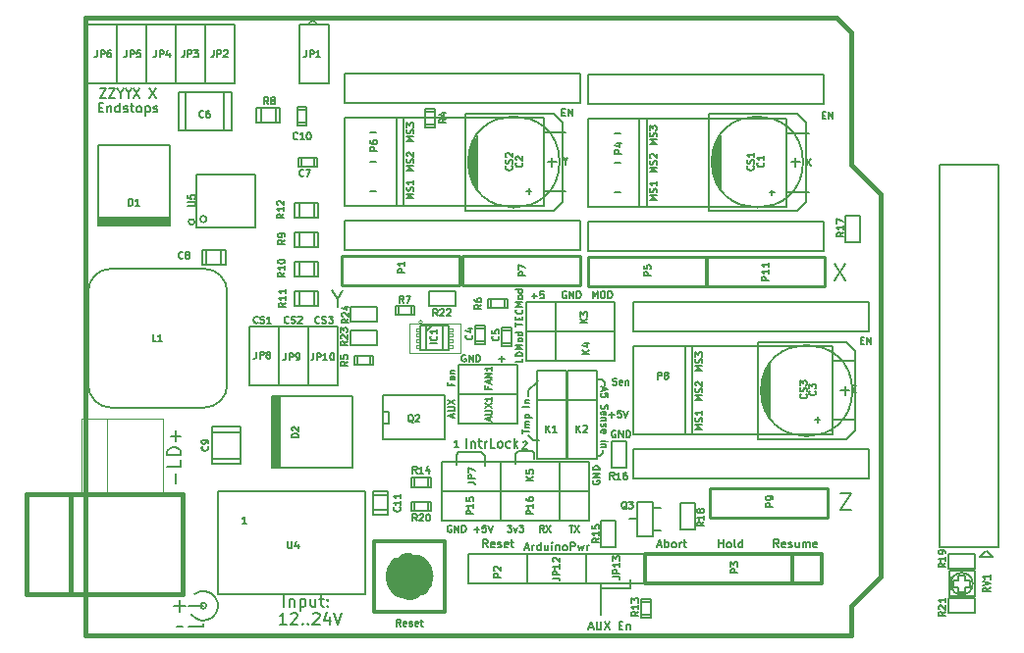
<source format=gto>
G04 (created by PCBNEW (2014-01-10 BZR 4027)-stable) date Thursday, 14 August 2014 18:29:29*
%MOIN*%
G04 Gerber Fmt 3.4, Leading zero omitted, Abs format*
%FSLAX34Y34*%
G01*
G70*
G90*
G04 APERTURE LIST*
%ADD10C,0.00590551*%
%ADD11C,0.00787402*%
%ADD12C,0.00511811*%
%ADD13C,0.0026*%
%ADD14C,0.0001*%
%ADD15C,0.005*%
%ADD16C,0.015*%
%ADD17C,0.006*%
%ADD18C,0.007*%
%ADD19C,0.012*%
%ADD20C,0.008*%
%ADD21C,0.01*%
%ADD22C,0.0019685*%
%ADD23C,0.1*%
G04 APERTURE END LIST*
G54D10*
G54D11*
X82500Y-76400D02*
X82500Y-76100D01*
X81500Y-76400D02*
X82500Y-76400D01*
X81500Y-76200D02*
X81500Y-77300D01*
G54D12*
X89616Y-73171D02*
X89983Y-73171D01*
X89616Y-73723D01*
X89983Y-73723D01*
X89416Y-65371D02*
X89783Y-65923D01*
X89783Y-65371D02*
X89416Y-65923D01*
X72550Y-66560D02*
X72550Y-66823D01*
X72366Y-66271D02*
X72550Y-66560D01*
X72733Y-66271D01*
G54D11*
X94800Y-75340D02*
X94600Y-75140D01*
X94380Y-75340D02*
X94800Y-75340D01*
X94580Y-75140D02*
X94380Y-75340D01*
G54D12*
X71599Y-57178D02*
X71835Y-57021D01*
X71599Y-57021D02*
X71835Y-57178D01*
G54D11*
X81580Y-71800D02*
X81580Y-71720D01*
X81460Y-71920D02*
X81580Y-71800D01*
X81380Y-71920D02*
X81460Y-71920D01*
X81520Y-69320D02*
X81380Y-69320D01*
X81620Y-69420D02*
X81520Y-69320D01*
X81620Y-69520D02*
X81620Y-69420D01*
X79320Y-69400D02*
X79380Y-69340D01*
X79040Y-69680D02*
X79320Y-69400D01*
X79040Y-69880D02*
X79040Y-69680D01*
X79200Y-71380D02*
X79020Y-71200D01*
X79400Y-71380D02*
X79200Y-71380D01*
G54D12*
X81230Y-72739D02*
X81219Y-72762D01*
X81219Y-72796D01*
X81230Y-72829D01*
X81253Y-72852D01*
X81275Y-72863D01*
X81320Y-72874D01*
X81354Y-72874D01*
X81399Y-72863D01*
X81421Y-72852D01*
X81444Y-72829D01*
X81455Y-72796D01*
X81455Y-72773D01*
X81444Y-72739D01*
X81433Y-72728D01*
X81354Y-72728D01*
X81354Y-72773D01*
X81455Y-72627D02*
X81219Y-72627D01*
X81455Y-72492D01*
X81219Y-72492D01*
X81455Y-72380D02*
X81219Y-72380D01*
X81219Y-72323D01*
X81230Y-72290D01*
X81253Y-72267D01*
X81275Y-72256D01*
X81320Y-72245D01*
X81354Y-72245D01*
X81399Y-72256D01*
X81421Y-72267D01*
X81444Y-72290D01*
X81455Y-72323D01*
X81455Y-72380D01*
G54D11*
X79240Y-71800D02*
X79240Y-72020D01*
X79180Y-71740D02*
X79240Y-71800D01*
X78700Y-71740D02*
X79180Y-71740D01*
X78600Y-71840D02*
X78700Y-71740D01*
X78600Y-72160D02*
X78600Y-71840D01*
X77560Y-71900D02*
X77560Y-72240D01*
X77440Y-71780D02*
X77560Y-71900D01*
X76680Y-71780D02*
X77440Y-71780D01*
X76600Y-71860D02*
X76680Y-71780D01*
X76600Y-72200D02*
X76600Y-71860D01*
G54D12*
X78852Y-71441D02*
X78863Y-71430D01*
X78886Y-71419D01*
X78942Y-71419D01*
X78964Y-71430D01*
X78976Y-71441D01*
X78987Y-71464D01*
X78987Y-71486D01*
X78976Y-71520D01*
X78841Y-71655D01*
X78987Y-71655D01*
X76667Y-71595D02*
X76532Y-71595D01*
X76600Y-71595D02*
X76600Y-71359D01*
X76577Y-71393D01*
X76555Y-71415D01*
X76532Y-71426D01*
X77658Y-75011D02*
X77566Y-74880D01*
X77501Y-75011D02*
X77501Y-74735D01*
X77606Y-74735D01*
X77632Y-74749D01*
X77645Y-74762D01*
X77658Y-74788D01*
X77658Y-74827D01*
X77645Y-74854D01*
X77632Y-74867D01*
X77606Y-74880D01*
X77501Y-74880D01*
X77881Y-74998D02*
X77855Y-75011D01*
X77803Y-75011D01*
X77776Y-74998D01*
X77763Y-74972D01*
X77763Y-74867D01*
X77776Y-74840D01*
X77803Y-74827D01*
X77855Y-74827D01*
X77881Y-74840D01*
X77895Y-74867D01*
X77895Y-74893D01*
X77763Y-74919D01*
X78000Y-74998D02*
X78026Y-75011D01*
X78078Y-75011D01*
X78104Y-74998D01*
X78118Y-74972D01*
X78118Y-74959D01*
X78104Y-74932D01*
X78078Y-74919D01*
X78039Y-74919D01*
X78013Y-74906D01*
X78000Y-74880D01*
X78000Y-74867D01*
X78013Y-74840D01*
X78039Y-74827D01*
X78078Y-74827D01*
X78104Y-74840D01*
X78341Y-74998D02*
X78314Y-75011D01*
X78262Y-75011D01*
X78236Y-74998D01*
X78223Y-74972D01*
X78223Y-74867D01*
X78236Y-74840D01*
X78262Y-74827D01*
X78314Y-74827D01*
X78341Y-74840D01*
X78354Y-74867D01*
X78354Y-74893D01*
X78223Y-74919D01*
X78433Y-74827D02*
X78538Y-74827D01*
X78472Y-74735D02*
X78472Y-74972D01*
X78485Y-74998D01*
X78511Y-75011D01*
X78538Y-75011D01*
X69852Y-67373D02*
X69840Y-67384D01*
X69807Y-67395D01*
X69784Y-67395D01*
X69750Y-67384D01*
X69728Y-67361D01*
X69717Y-67339D01*
X69705Y-67294D01*
X69705Y-67260D01*
X69717Y-67215D01*
X69728Y-67193D01*
X69750Y-67170D01*
X69784Y-67159D01*
X69807Y-67159D01*
X69840Y-67170D01*
X69852Y-67181D01*
X69942Y-67384D02*
X69975Y-67395D01*
X70032Y-67395D01*
X70054Y-67384D01*
X70065Y-67373D01*
X70076Y-67350D01*
X70076Y-67328D01*
X70065Y-67305D01*
X70054Y-67294D01*
X70032Y-67283D01*
X69987Y-67271D01*
X69964Y-67260D01*
X69953Y-67249D01*
X69942Y-67226D01*
X69942Y-67204D01*
X69953Y-67181D01*
X69964Y-67170D01*
X69987Y-67159D01*
X70043Y-67159D01*
X70076Y-67170D01*
X70301Y-67395D02*
X70166Y-67395D01*
X70234Y-67395D02*
X70234Y-67159D01*
X70211Y-67193D01*
X70189Y-67215D01*
X70166Y-67226D01*
X70898Y-67373D02*
X70886Y-67384D01*
X70853Y-67395D01*
X70830Y-67395D01*
X70796Y-67384D01*
X70774Y-67361D01*
X70763Y-67339D01*
X70751Y-67294D01*
X70751Y-67260D01*
X70763Y-67215D01*
X70774Y-67193D01*
X70796Y-67170D01*
X70830Y-67159D01*
X70853Y-67159D01*
X70886Y-67170D01*
X70898Y-67181D01*
X70988Y-67384D02*
X71021Y-67395D01*
X71078Y-67395D01*
X71100Y-67384D01*
X71111Y-67373D01*
X71123Y-67350D01*
X71123Y-67328D01*
X71111Y-67305D01*
X71100Y-67294D01*
X71078Y-67283D01*
X71033Y-67271D01*
X71010Y-67260D01*
X70999Y-67249D01*
X70988Y-67226D01*
X70988Y-67204D01*
X70999Y-67181D01*
X71010Y-67170D01*
X71033Y-67159D01*
X71089Y-67159D01*
X71123Y-67170D01*
X71213Y-67181D02*
X71224Y-67170D01*
X71246Y-67159D01*
X71303Y-67159D01*
X71325Y-67170D01*
X71336Y-67181D01*
X71348Y-67204D01*
X71348Y-67226D01*
X71336Y-67260D01*
X71201Y-67395D01*
X71348Y-67395D01*
X71944Y-67373D02*
X71933Y-67384D01*
X71899Y-67395D01*
X71876Y-67395D01*
X71843Y-67384D01*
X71820Y-67361D01*
X71809Y-67339D01*
X71798Y-67294D01*
X71798Y-67260D01*
X71809Y-67215D01*
X71820Y-67193D01*
X71843Y-67170D01*
X71876Y-67159D01*
X71899Y-67159D01*
X71933Y-67170D01*
X71944Y-67181D01*
X72034Y-67384D02*
X72067Y-67395D01*
X72124Y-67395D01*
X72146Y-67384D01*
X72157Y-67373D01*
X72169Y-67350D01*
X72169Y-67328D01*
X72157Y-67305D01*
X72146Y-67294D01*
X72124Y-67283D01*
X72079Y-67271D01*
X72056Y-67260D01*
X72045Y-67249D01*
X72034Y-67226D01*
X72034Y-67204D01*
X72045Y-67181D01*
X72056Y-67170D01*
X72079Y-67159D01*
X72135Y-67159D01*
X72169Y-67170D01*
X72247Y-67159D02*
X72394Y-67159D01*
X72315Y-67249D01*
X72349Y-67249D01*
X72371Y-67260D01*
X72382Y-67271D01*
X72394Y-67294D01*
X72394Y-67350D01*
X72382Y-67373D01*
X72371Y-67384D01*
X72349Y-67395D01*
X72281Y-67395D01*
X72259Y-67384D01*
X72247Y-67373D01*
X81776Y-70505D02*
X81956Y-70505D01*
X81866Y-70595D02*
X81866Y-70415D01*
X82181Y-70359D02*
X82068Y-70359D01*
X82057Y-70471D01*
X82068Y-70460D01*
X82091Y-70449D01*
X82147Y-70449D01*
X82169Y-70460D01*
X82181Y-70471D01*
X82192Y-70494D01*
X82192Y-70550D01*
X82181Y-70573D01*
X82169Y-70584D01*
X82147Y-70595D01*
X82091Y-70595D01*
X82068Y-70584D01*
X82057Y-70573D01*
X82259Y-70359D02*
X82338Y-70595D01*
X82417Y-70359D01*
X82000Y-71050D02*
X81977Y-71039D01*
X81943Y-71039D01*
X81910Y-71050D01*
X81887Y-71073D01*
X81876Y-71095D01*
X81865Y-71140D01*
X81865Y-71174D01*
X81876Y-71219D01*
X81887Y-71241D01*
X81910Y-71264D01*
X81943Y-71275D01*
X81966Y-71275D01*
X82000Y-71264D01*
X82011Y-71253D01*
X82011Y-71174D01*
X81966Y-71174D01*
X82112Y-71275D02*
X82112Y-71039D01*
X82247Y-71275D01*
X82247Y-71039D01*
X82359Y-71275D02*
X82359Y-71039D01*
X82416Y-71039D01*
X82449Y-71050D01*
X82472Y-71073D01*
X82483Y-71095D01*
X82494Y-71140D01*
X82494Y-71174D01*
X82483Y-71219D01*
X82472Y-71241D01*
X82449Y-71264D01*
X82416Y-71275D01*
X82359Y-71275D01*
G54D11*
X67700Y-63950D02*
G75*
G03X67700Y-63950I-100J0D01*
G74*
G01*
G54D12*
X80300Y-61883D02*
X80300Y-61995D01*
X80221Y-61759D02*
X80300Y-61883D01*
X80378Y-61759D01*
X67061Y-72849D02*
X67061Y-72489D01*
X67241Y-72039D02*
X67241Y-72264D01*
X66768Y-72264D01*
X67241Y-71882D02*
X66768Y-71882D01*
X66768Y-71770D01*
X66791Y-71702D01*
X66836Y-71657D01*
X66881Y-71635D01*
X66971Y-71612D01*
X67038Y-71612D01*
X67128Y-71635D01*
X67173Y-71657D01*
X67218Y-71702D01*
X67241Y-71770D01*
X67241Y-71882D01*
X67061Y-71410D02*
X67061Y-71050D01*
X67241Y-71230D02*
X66881Y-71230D01*
X84945Y-69003D02*
X84709Y-69003D01*
X84878Y-68924D01*
X84709Y-68846D01*
X84945Y-68846D01*
X84934Y-68744D02*
X84945Y-68711D01*
X84945Y-68655D01*
X84934Y-68632D01*
X84923Y-68621D01*
X84900Y-68610D01*
X84878Y-68610D01*
X84855Y-68621D01*
X84844Y-68632D01*
X84833Y-68655D01*
X84821Y-68700D01*
X84810Y-68722D01*
X84799Y-68733D01*
X84776Y-68744D01*
X84754Y-68744D01*
X84731Y-68733D01*
X84720Y-68722D01*
X84709Y-68700D01*
X84709Y-68643D01*
X84720Y-68610D01*
X84709Y-68531D02*
X84709Y-68385D01*
X84799Y-68463D01*
X84799Y-68430D01*
X84810Y-68407D01*
X84821Y-68396D01*
X84844Y-68385D01*
X84900Y-68385D01*
X84923Y-68396D01*
X84934Y-68407D01*
X84945Y-68430D01*
X84945Y-68497D01*
X84934Y-68520D01*
X84923Y-68531D01*
X84945Y-70003D02*
X84709Y-70003D01*
X84878Y-69924D01*
X84709Y-69846D01*
X84945Y-69846D01*
X84934Y-69744D02*
X84945Y-69711D01*
X84945Y-69655D01*
X84934Y-69632D01*
X84923Y-69621D01*
X84900Y-69610D01*
X84878Y-69610D01*
X84855Y-69621D01*
X84844Y-69632D01*
X84833Y-69655D01*
X84821Y-69700D01*
X84810Y-69722D01*
X84799Y-69733D01*
X84776Y-69744D01*
X84754Y-69744D01*
X84731Y-69733D01*
X84720Y-69722D01*
X84709Y-69700D01*
X84709Y-69643D01*
X84720Y-69610D01*
X84731Y-69520D02*
X84720Y-69508D01*
X84709Y-69486D01*
X84709Y-69430D01*
X84720Y-69407D01*
X84731Y-69396D01*
X84754Y-69385D01*
X84776Y-69385D01*
X84810Y-69396D01*
X84945Y-69531D01*
X84945Y-69385D01*
X76903Y-68470D02*
X76881Y-68459D01*
X76847Y-68459D01*
X76813Y-68470D01*
X76791Y-68493D01*
X76780Y-68515D01*
X76768Y-68560D01*
X76768Y-68594D01*
X76780Y-68639D01*
X76791Y-68661D01*
X76813Y-68684D01*
X76847Y-68695D01*
X76870Y-68695D01*
X76903Y-68684D01*
X76915Y-68673D01*
X76915Y-68594D01*
X76870Y-68594D01*
X77016Y-68695D02*
X77016Y-68459D01*
X77151Y-68695D01*
X77151Y-68459D01*
X77263Y-68695D02*
X77263Y-68459D01*
X77320Y-68459D01*
X77353Y-68470D01*
X77376Y-68493D01*
X77387Y-68515D01*
X77398Y-68560D01*
X77398Y-68594D01*
X77387Y-68639D01*
X77376Y-68661D01*
X77353Y-68684D01*
X77320Y-68695D01*
X77263Y-68695D01*
X78039Y-68605D02*
X78219Y-68605D01*
X78129Y-68695D02*
X78129Y-68515D01*
G54D11*
X67100Y-77700D02*
X67300Y-77700D01*
X68000Y-77700D02*
X67500Y-77700D01*
X68000Y-77600D02*
X68000Y-77700D01*
X67500Y-77000D02*
X68000Y-77000D01*
X67800Y-77000D02*
X67500Y-77000D01*
X68100Y-77000D02*
G75*
G03X68100Y-77000I-100J0D01*
G74*
G01*
X67600Y-77300D02*
G75*
G03X68300Y-77399I399J300D01*
G74*
G01*
X68300Y-77399D02*
G75*
G03X68399Y-76699I-300J399D01*
G74*
G01*
X68399Y-76699D02*
G75*
G03X67699Y-76600I-399J-300D01*
G74*
G01*
G54D12*
X76937Y-71627D02*
X76937Y-71312D01*
X77087Y-71417D02*
X77087Y-71627D01*
X77087Y-71447D02*
X77102Y-71432D01*
X77132Y-71417D01*
X77177Y-71417D01*
X77207Y-71432D01*
X77222Y-71462D01*
X77222Y-71627D01*
X77327Y-71417D02*
X77447Y-71417D01*
X77372Y-71312D02*
X77372Y-71582D01*
X77387Y-71612D01*
X77417Y-71627D01*
X77447Y-71627D01*
X77552Y-71627D02*
X77552Y-71417D01*
X77552Y-71477D02*
X77567Y-71447D01*
X77582Y-71432D01*
X77612Y-71417D01*
X77642Y-71417D01*
X77897Y-71627D02*
X77747Y-71627D01*
X77747Y-71312D01*
X78047Y-71627D02*
X78017Y-71612D01*
X78002Y-71597D01*
X77987Y-71567D01*
X77987Y-71477D01*
X78002Y-71447D01*
X78017Y-71432D01*
X78047Y-71417D01*
X78092Y-71417D01*
X78122Y-71432D01*
X78137Y-71447D01*
X78152Y-71477D01*
X78152Y-71567D01*
X78137Y-71597D01*
X78122Y-71612D01*
X78092Y-71627D01*
X78047Y-71627D01*
X78422Y-71612D02*
X78392Y-71627D01*
X78332Y-71627D01*
X78302Y-71612D01*
X78287Y-71597D01*
X78272Y-71567D01*
X78272Y-71477D01*
X78287Y-71447D01*
X78302Y-71432D01*
X78332Y-71417D01*
X78392Y-71417D01*
X78422Y-71432D01*
X78557Y-71627D02*
X78557Y-71312D01*
X78587Y-71507D02*
X78677Y-71627D01*
X78677Y-71417D02*
X78557Y-71537D01*
X81571Y-69570D02*
X81571Y-69683D01*
X81504Y-69548D02*
X81740Y-69626D01*
X81504Y-69705D01*
X81740Y-69896D02*
X81740Y-69784D01*
X81628Y-69773D01*
X81639Y-69784D01*
X81650Y-69806D01*
X81650Y-69863D01*
X81639Y-69885D01*
X81628Y-69896D01*
X81605Y-69908D01*
X81549Y-69908D01*
X81526Y-69896D01*
X81515Y-69885D01*
X81504Y-69863D01*
X81504Y-69806D01*
X81515Y-69784D01*
X81526Y-69773D01*
X81515Y-70178D02*
X81504Y-70211D01*
X81504Y-70268D01*
X81515Y-70290D01*
X81526Y-70301D01*
X81549Y-70313D01*
X81571Y-70313D01*
X81594Y-70301D01*
X81605Y-70290D01*
X81616Y-70268D01*
X81628Y-70223D01*
X81639Y-70200D01*
X81650Y-70189D01*
X81673Y-70178D01*
X81695Y-70178D01*
X81718Y-70189D01*
X81729Y-70200D01*
X81740Y-70223D01*
X81740Y-70279D01*
X81729Y-70313D01*
X81515Y-70504D02*
X81504Y-70481D01*
X81504Y-70436D01*
X81515Y-70414D01*
X81538Y-70403D01*
X81628Y-70403D01*
X81650Y-70414D01*
X81661Y-70436D01*
X81661Y-70481D01*
X81650Y-70504D01*
X81628Y-70515D01*
X81605Y-70515D01*
X81583Y-70403D01*
X81661Y-70616D02*
X81504Y-70616D01*
X81639Y-70616D02*
X81650Y-70628D01*
X81661Y-70650D01*
X81661Y-70684D01*
X81650Y-70706D01*
X81628Y-70718D01*
X81504Y-70718D01*
X81515Y-70819D02*
X81504Y-70841D01*
X81504Y-70886D01*
X81515Y-70909D01*
X81538Y-70920D01*
X81549Y-70920D01*
X81571Y-70909D01*
X81583Y-70886D01*
X81583Y-70853D01*
X81594Y-70830D01*
X81616Y-70819D01*
X81628Y-70819D01*
X81650Y-70830D01*
X81661Y-70853D01*
X81661Y-70886D01*
X81650Y-70909D01*
X81515Y-71111D02*
X81504Y-71089D01*
X81504Y-71044D01*
X81515Y-71021D01*
X81538Y-71010D01*
X81628Y-71010D01*
X81650Y-71021D01*
X81661Y-71044D01*
X81661Y-71089D01*
X81650Y-71111D01*
X81628Y-71123D01*
X81605Y-71123D01*
X81583Y-71010D01*
X81504Y-71404D02*
X81661Y-71404D01*
X81740Y-71404D02*
X81729Y-71393D01*
X81718Y-71404D01*
X81729Y-71415D01*
X81740Y-71404D01*
X81718Y-71404D01*
X81661Y-71516D02*
X81504Y-71516D01*
X81639Y-71516D02*
X81650Y-71528D01*
X81661Y-71550D01*
X81661Y-71584D01*
X81650Y-71606D01*
X81628Y-71617D01*
X81504Y-71617D01*
X81904Y-69484D02*
X81938Y-69495D01*
X81994Y-69495D01*
X82016Y-69484D01*
X82028Y-69473D01*
X82039Y-69450D01*
X82039Y-69428D01*
X82028Y-69405D01*
X82016Y-69394D01*
X81994Y-69383D01*
X81949Y-69371D01*
X81926Y-69360D01*
X81915Y-69349D01*
X81904Y-69326D01*
X81904Y-69304D01*
X81915Y-69281D01*
X81926Y-69270D01*
X81949Y-69259D01*
X82005Y-69259D01*
X82039Y-69270D01*
X82230Y-69484D02*
X82208Y-69495D01*
X82163Y-69495D01*
X82140Y-69484D01*
X82129Y-69461D01*
X82129Y-69371D01*
X82140Y-69349D01*
X82163Y-69338D01*
X82208Y-69338D01*
X82230Y-69349D01*
X82241Y-69371D01*
X82241Y-69394D01*
X82129Y-69416D01*
X82343Y-69338D02*
X82343Y-69495D01*
X82343Y-69360D02*
X82354Y-69349D01*
X82376Y-69338D01*
X82410Y-69338D01*
X82433Y-69349D01*
X82444Y-69371D01*
X82444Y-69495D01*
X78839Y-71144D02*
X78839Y-71009D01*
X79075Y-71077D02*
X78839Y-71077D01*
X79075Y-70931D02*
X78918Y-70931D01*
X78940Y-70931D02*
X78929Y-70919D01*
X78918Y-70897D01*
X78918Y-70863D01*
X78929Y-70841D01*
X78951Y-70829D01*
X79075Y-70829D01*
X78951Y-70829D02*
X78929Y-70818D01*
X78918Y-70796D01*
X78918Y-70762D01*
X78929Y-70739D01*
X78951Y-70728D01*
X79075Y-70728D01*
X78918Y-70616D02*
X79154Y-70616D01*
X78929Y-70616D02*
X78918Y-70593D01*
X78918Y-70548D01*
X78929Y-70526D01*
X78940Y-70515D01*
X78963Y-70503D01*
X79030Y-70503D01*
X79053Y-70515D01*
X79064Y-70526D01*
X79075Y-70548D01*
X79075Y-70593D01*
X79064Y-70616D01*
X79075Y-70222D02*
X78839Y-70222D01*
X78918Y-70110D02*
X79075Y-70110D01*
X78940Y-70110D02*
X78929Y-70098D01*
X78918Y-70076D01*
X78918Y-70042D01*
X78929Y-70020D01*
X78951Y-70008D01*
X79075Y-70008D01*
X78917Y-75032D02*
X79048Y-75032D01*
X78891Y-75111D02*
X78982Y-74835D01*
X79074Y-75111D01*
X79166Y-75111D02*
X79166Y-74927D01*
X79166Y-74980D02*
X79179Y-74954D01*
X79192Y-74940D01*
X79219Y-74927D01*
X79245Y-74927D01*
X79455Y-75111D02*
X79455Y-74835D01*
X79455Y-75098D02*
X79429Y-75111D01*
X79376Y-75111D01*
X79350Y-75098D01*
X79337Y-75085D01*
X79324Y-75059D01*
X79324Y-74980D01*
X79337Y-74954D01*
X79350Y-74940D01*
X79376Y-74927D01*
X79429Y-74927D01*
X79455Y-74940D01*
X79704Y-74927D02*
X79704Y-75111D01*
X79586Y-74927D02*
X79586Y-75072D01*
X79599Y-75098D01*
X79625Y-75111D01*
X79665Y-75111D01*
X79691Y-75098D01*
X79704Y-75085D01*
X79835Y-75111D02*
X79835Y-74927D01*
X79835Y-74835D02*
X79822Y-74849D01*
X79835Y-74862D01*
X79849Y-74849D01*
X79835Y-74835D01*
X79835Y-74862D01*
X79967Y-74927D02*
X79967Y-75111D01*
X79967Y-74954D02*
X79980Y-74940D01*
X80006Y-74927D01*
X80045Y-74927D01*
X80072Y-74940D01*
X80085Y-74967D01*
X80085Y-75111D01*
X80255Y-75111D02*
X80229Y-75098D01*
X80216Y-75085D01*
X80203Y-75059D01*
X80203Y-74980D01*
X80216Y-74954D01*
X80229Y-74940D01*
X80255Y-74927D01*
X80295Y-74927D01*
X80321Y-74940D01*
X80334Y-74954D01*
X80347Y-74980D01*
X80347Y-75059D01*
X80334Y-75085D01*
X80321Y-75098D01*
X80295Y-75111D01*
X80255Y-75111D01*
X80465Y-75111D02*
X80465Y-74835D01*
X80570Y-74835D01*
X80597Y-74849D01*
X80610Y-74862D01*
X80623Y-74888D01*
X80623Y-74927D01*
X80610Y-74954D01*
X80597Y-74967D01*
X80570Y-74980D01*
X80465Y-74980D01*
X80715Y-74927D02*
X80767Y-75111D01*
X80820Y-74980D01*
X80872Y-75111D01*
X80925Y-74927D01*
X81030Y-75111D02*
X81030Y-74927D01*
X81030Y-74980D02*
X81043Y-74954D01*
X81056Y-74940D01*
X81082Y-74927D01*
X81108Y-74927D01*
G54D11*
X67200Y-76800D02*
X67200Y-77200D01*
X67000Y-77000D02*
X67400Y-77000D01*
G54D12*
X81229Y-66545D02*
X81229Y-66309D01*
X81308Y-66478D01*
X81386Y-66309D01*
X81386Y-66545D01*
X81544Y-66309D02*
X81589Y-66309D01*
X81611Y-66320D01*
X81634Y-66343D01*
X81645Y-66388D01*
X81645Y-66466D01*
X81634Y-66511D01*
X81611Y-66534D01*
X81589Y-66545D01*
X81544Y-66545D01*
X81521Y-66534D01*
X81499Y-66511D01*
X81488Y-66466D01*
X81488Y-66388D01*
X81499Y-66343D01*
X81521Y-66320D01*
X81544Y-66309D01*
X81746Y-66545D02*
X81746Y-66309D01*
X81803Y-66309D01*
X81836Y-66320D01*
X81859Y-66343D01*
X81870Y-66365D01*
X81881Y-66410D01*
X81881Y-66444D01*
X81870Y-66489D01*
X81859Y-66511D01*
X81836Y-66534D01*
X81803Y-66545D01*
X81746Y-66545D01*
X79147Y-66455D02*
X79327Y-66455D01*
X79237Y-66545D02*
X79237Y-66365D01*
X79552Y-66309D02*
X79439Y-66309D01*
X79428Y-66421D01*
X79439Y-66410D01*
X79462Y-66399D01*
X79518Y-66399D01*
X79541Y-66410D01*
X79552Y-66421D01*
X79563Y-66444D01*
X79563Y-66500D01*
X79552Y-66523D01*
X79541Y-66534D01*
X79518Y-66545D01*
X79462Y-66545D01*
X79439Y-66534D01*
X79428Y-66523D01*
X64495Y-59412D02*
X64705Y-59412D01*
X64495Y-59727D01*
X64705Y-59727D01*
X64795Y-59412D02*
X65005Y-59412D01*
X64795Y-59727D01*
X65005Y-59727D01*
X65185Y-59577D02*
X65185Y-59727D01*
X65080Y-59412D02*
X65185Y-59577D01*
X65290Y-59412D01*
X65455Y-59577D02*
X65455Y-59727D01*
X65350Y-59412D02*
X65455Y-59577D01*
X65560Y-59412D01*
X65634Y-59412D02*
X65844Y-59727D01*
X65844Y-59412D02*
X65634Y-59727D01*
X66174Y-59412D02*
X66384Y-59727D01*
X66384Y-59412D02*
X66174Y-59727D01*
X64457Y-60054D02*
X64562Y-60054D01*
X64607Y-60219D02*
X64457Y-60219D01*
X64457Y-59904D01*
X64607Y-59904D01*
X64742Y-60009D02*
X64742Y-60219D01*
X64742Y-60039D02*
X64757Y-60024D01*
X64787Y-60009D01*
X64832Y-60009D01*
X64862Y-60024D01*
X64877Y-60054D01*
X64877Y-60219D01*
X65162Y-60219D02*
X65162Y-59904D01*
X65162Y-60204D02*
X65132Y-60219D01*
X65072Y-60219D01*
X65042Y-60204D01*
X65027Y-60189D01*
X65012Y-60159D01*
X65012Y-60069D01*
X65027Y-60039D01*
X65042Y-60024D01*
X65072Y-60009D01*
X65132Y-60009D01*
X65162Y-60024D01*
X65297Y-60204D02*
X65327Y-60219D01*
X65387Y-60219D01*
X65417Y-60204D01*
X65432Y-60174D01*
X65432Y-60159D01*
X65417Y-60129D01*
X65387Y-60114D01*
X65342Y-60114D01*
X65312Y-60099D01*
X65297Y-60069D01*
X65297Y-60054D01*
X65312Y-60024D01*
X65342Y-60009D01*
X65387Y-60009D01*
X65417Y-60024D01*
X65522Y-60009D02*
X65642Y-60009D01*
X65567Y-59904D02*
X65567Y-60174D01*
X65582Y-60204D01*
X65612Y-60219D01*
X65642Y-60219D01*
X65792Y-60219D02*
X65762Y-60204D01*
X65747Y-60189D01*
X65732Y-60159D01*
X65732Y-60069D01*
X65747Y-60039D01*
X65762Y-60024D01*
X65792Y-60009D01*
X65837Y-60009D01*
X65867Y-60024D01*
X65882Y-60039D01*
X65897Y-60069D01*
X65897Y-60159D01*
X65882Y-60189D01*
X65867Y-60204D01*
X65837Y-60219D01*
X65792Y-60219D01*
X66032Y-60009D02*
X66032Y-60324D01*
X66032Y-60024D02*
X66062Y-60009D01*
X66122Y-60009D01*
X66152Y-60024D01*
X66167Y-60039D01*
X66182Y-60069D01*
X66182Y-60159D01*
X66167Y-60189D01*
X66152Y-60204D01*
X66122Y-60219D01*
X66062Y-60219D01*
X66032Y-60204D01*
X66302Y-60204D02*
X66332Y-60219D01*
X66392Y-60219D01*
X66422Y-60204D01*
X66437Y-60174D01*
X66437Y-60159D01*
X66422Y-60129D01*
X66392Y-60114D01*
X66347Y-60114D01*
X66317Y-60099D01*
X66302Y-60069D01*
X66302Y-60054D01*
X66317Y-60024D01*
X66347Y-60009D01*
X66392Y-60009D01*
X66422Y-60024D01*
X76478Y-70592D02*
X76478Y-70479D01*
X76545Y-70614D02*
X76309Y-70536D01*
X76545Y-70457D01*
X76309Y-70378D02*
X76500Y-70378D01*
X76523Y-70367D01*
X76534Y-70356D01*
X76545Y-70333D01*
X76545Y-70288D01*
X76534Y-70266D01*
X76523Y-70255D01*
X76500Y-70243D01*
X76309Y-70243D01*
X76309Y-70153D02*
X76545Y-69996D01*
X76309Y-69996D02*
X76545Y-70153D01*
X89025Y-60321D02*
X89104Y-60321D01*
X89138Y-60445D02*
X89025Y-60445D01*
X89025Y-60209D01*
X89138Y-60209D01*
X89239Y-60445D02*
X89239Y-60209D01*
X89374Y-60445D01*
X89374Y-60209D01*
X80175Y-60221D02*
X80254Y-60221D01*
X80288Y-60345D02*
X80175Y-60345D01*
X80175Y-60109D01*
X80288Y-60109D01*
X80389Y-60345D02*
X80389Y-60109D01*
X80524Y-60345D01*
X80524Y-60109D01*
X90325Y-67971D02*
X90404Y-67971D01*
X90438Y-68095D02*
X90325Y-68095D01*
X90325Y-67859D01*
X90438Y-67859D01*
X90539Y-68095D02*
X90539Y-67859D01*
X90674Y-68095D01*
X90674Y-67859D01*
X76421Y-69429D02*
X76421Y-69508D01*
X76545Y-69508D02*
X76309Y-69508D01*
X76309Y-69396D01*
X76545Y-69205D02*
X76421Y-69205D01*
X76399Y-69216D01*
X76388Y-69238D01*
X76388Y-69283D01*
X76399Y-69306D01*
X76534Y-69205D02*
X76545Y-69227D01*
X76545Y-69283D01*
X76534Y-69306D01*
X76511Y-69317D01*
X76489Y-69317D01*
X76466Y-69306D01*
X76455Y-69283D01*
X76455Y-69227D01*
X76444Y-69205D01*
X76388Y-69092D02*
X76545Y-69092D01*
X76410Y-69092D02*
X76399Y-69081D01*
X76388Y-69058D01*
X76388Y-69025D01*
X76399Y-69002D01*
X76421Y-68991D01*
X76545Y-68991D01*
X80320Y-66320D02*
X80297Y-66309D01*
X80263Y-66309D01*
X80230Y-66320D01*
X80207Y-66343D01*
X80196Y-66365D01*
X80185Y-66410D01*
X80185Y-66444D01*
X80196Y-66489D01*
X80207Y-66511D01*
X80230Y-66534D01*
X80263Y-66545D01*
X80286Y-66545D01*
X80320Y-66534D01*
X80331Y-66523D01*
X80331Y-66444D01*
X80286Y-66444D01*
X80432Y-66545D02*
X80432Y-66309D01*
X80567Y-66545D01*
X80567Y-66309D01*
X80679Y-66545D02*
X80679Y-66309D01*
X80736Y-66309D01*
X80769Y-66320D01*
X80792Y-66343D01*
X80803Y-66365D01*
X80814Y-66410D01*
X80814Y-66444D01*
X80803Y-66489D01*
X80792Y-66511D01*
X80769Y-66534D01*
X80736Y-66545D01*
X80679Y-66545D01*
X77196Y-74405D02*
X77376Y-74405D01*
X77286Y-74495D02*
X77286Y-74315D01*
X77601Y-74259D02*
X77488Y-74259D01*
X77477Y-74371D01*
X77488Y-74360D01*
X77511Y-74349D01*
X77567Y-74349D01*
X77589Y-74360D01*
X77601Y-74371D01*
X77612Y-74394D01*
X77612Y-74450D01*
X77601Y-74473D01*
X77589Y-74484D01*
X77567Y-74495D01*
X77511Y-74495D01*
X77488Y-74484D01*
X77477Y-74473D01*
X77679Y-74259D02*
X77758Y-74495D01*
X77837Y-74259D01*
X78318Y-74259D02*
X78465Y-74259D01*
X78386Y-74349D01*
X78420Y-74349D01*
X78442Y-74360D01*
X78453Y-74371D01*
X78465Y-74394D01*
X78465Y-74450D01*
X78453Y-74473D01*
X78442Y-74484D01*
X78420Y-74495D01*
X78352Y-74495D01*
X78330Y-74484D01*
X78318Y-74473D01*
X78543Y-74338D02*
X78600Y-74495D01*
X78656Y-74338D01*
X78723Y-74259D02*
X78869Y-74259D01*
X78791Y-74349D01*
X78824Y-74349D01*
X78847Y-74360D01*
X78858Y-74371D01*
X78869Y-74394D01*
X78869Y-74450D01*
X78858Y-74473D01*
X78847Y-74484D01*
X78824Y-74495D01*
X78757Y-74495D01*
X78734Y-74484D01*
X78723Y-74473D01*
X76420Y-74270D02*
X76397Y-74259D01*
X76363Y-74259D01*
X76330Y-74270D01*
X76307Y-74293D01*
X76296Y-74315D01*
X76285Y-74360D01*
X76285Y-74394D01*
X76296Y-74439D01*
X76307Y-74461D01*
X76330Y-74484D01*
X76363Y-74495D01*
X76386Y-74495D01*
X76420Y-74484D01*
X76431Y-74473D01*
X76431Y-74394D01*
X76386Y-74394D01*
X76532Y-74495D02*
X76532Y-74259D01*
X76667Y-74495D01*
X76667Y-74259D01*
X76779Y-74495D02*
X76779Y-74259D01*
X76836Y-74259D01*
X76869Y-74270D01*
X76892Y-74293D01*
X76903Y-74315D01*
X76914Y-74360D01*
X76914Y-74394D01*
X76903Y-74439D01*
X76892Y-74461D01*
X76869Y-74484D01*
X76836Y-74495D01*
X76779Y-74495D01*
X79560Y-74495D02*
X79481Y-74383D01*
X79425Y-74495D02*
X79425Y-74259D01*
X79515Y-74259D01*
X79538Y-74270D01*
X79549Y-74281D01*
X79560Y-74304D01*
X79560Y-74338D01*
X79549Y-74360D01*
X79538Y-74371D01*
X79515Y-74383D01*
X79425Y-74383D01*
X79639Y-74259D02*
X79796Y-74495D01*
X79796Y-74259D02*
X79639Y-74495D01*
X80420Y-74259D02*
X80555Y-74259D01*
X80487Y-74495D02*
X80487Y-74259D01*
X80611Y-74259D02*
X80768Y-74495D01*
X80768Y-74259D02*
X80611Y-74495D01*
X81104Y-77732D02*
X81235Y-77732D01*
X81078Y-77811D02*
X81170Y-77535D01*
X81261Y-77811D01*
X81353Y-77535D02*
X81353Y-77759D01*
X81366Y-77785D01*
X81380Y-77798D01*
X81406Y-77811D01*
X81458Y-77811D01*
X81485Y-77798D01*
X81498Y-77785D01*
X81511Y-77759D01*
X81511Y-77535D01*
X81616Y-77535D02*
X81800Y-77811D01*
X81800Y-77535D02*
X81616Y-77811D01*
X82114Y-77667D02*
X82206Y-77667D01*
X82246Y-77811D02*
X82114Y-77811D01*
X82114Y-77535D01*
X82246Y-77535D01*
X82364Y-77627D02*
X82364Y-77811D01*
X82364Y-77654D02*
X82377Y-77640D01*
X82403Y-77627D01*
X82443Y-77627D01*
X82469Y-77640D01*
X82482Y-77667D01*
X82482Y-77811D01*
X87529Y-75011D02*
X87437Y-74880D01*
X87371Y-75011D02*
X87371Y-74735D01*
X87476Y-74735D01*
X87502Y-74749D01*
X87516Y-74762D01*
X87529Y-74788D01*
X87529Y-74827D01*
X87516Y-74854D01*
X87502Y-74867D01*
X87476Y-74880D01*
X87371Y-74880D01*
X87752Y-74998D02*
X87725Y-75011D01*
X87673Y-75011D01*
X87647Y-74998D01*
X87634Y-74972D01*
X87634Y-74867D01*
X87647Y-74840D01*
X87673Y-74827D01*
X87725Y-74827D01*
X87752Y-74840D01*
X87765Y-74867D01*
X87765Y-74893D01*
X87634Y-74919D01*
X87870Y-74998D02*
X87896Y-75011D01*
X87949Y-75011D01*
X87975Y-74998D01*
X87988Y-74972D01*
X87988Y-74959D01*
X87975Y-74932D01*
X87949Y-74919D01*
X87909Y-74919D01*
X87883Y-74906D01*
X87870Y-74880D01*
X87870Y-74867D01*
X87883Y-74840D01*
X87909Y-74827D01*
X87949Y-74827D01*
X87975Y-74840D01*
X88224Y-74827D02*
X88224Y-75011D01*
X88106Y-74827D02*
X88106Y-74972D01*
X88119Y-74998D01*
X88145Y-75011D01*
X88185Y-75011D01*
X88211Y-74998D01*
X88224Y-74985D01*
X88355Y-75011D02*
X88355Y-74827D01*
X88355Y-74854D02*
X88369Y-74840D01*
X88395Y-74827D01*
X88434Y-74827D01*
X88460Y-74840D01*
X88474Y-74867D01*
X88474Y-75011D01*
X88474Y-74867D02*
X88487Y-74840D01*
X88513Y-74827D01*
X88552Y-74827D01*
X88579Y-74840D01*
X88592Y-74867D01*
X88592Y-75011D01*
X88828Y-74998D02*
X88802Y-75011D01*
X88749Y-75011D01*
X88723Y-74998D01*
X88710Y-74972D01*
X88710Y-74867D01*
X88723Y-74840D01*
X88749Y-74827D01*
X88802Y-74827D01*
X88828Y-74840D01*
X88841Y-74867D01*
X88841Y-74893D01*
X88710Y-74919D01*
X85499Y-75011D02*
X85499Y-74735D01*
X85499Y-74867D02*
X85657Y-74867D01*
X85657Y-75011D02*
X85657Y-74735D01*
X85827Y-75011D02*
X85801Y-74998D01*
X85788Y-74985D01*
X85775Y-74959D01*
X85775Y-74880D01*
X85788Y-74854D01*
X85801Y-74840D01*
X85827Y-74827D01*
X85867Y-74827D01*
X85893Y-74840D01*
X85906Y-74854D01*
X85919Y-74880D01*
X85919Y-74959D01*
X85906Y-74985D01*
X85893Y-74998D01*
X85867Y-75011D01*
X85827Y-75011D01*
X86077Y-75011D02*
X86050Y-74998D01*
X86037Y-74972D01*
X86037Y-74735D01*
X86300Y-75011D02*
X86300Y-74735D01*
X86300Y-74998D02*
X86274Y-75011D01*
X86221Y-75011D01*
X86195Y-74998D01*
X86182Y-74985D01*
X86169Y-74959D01*
X86169Y-74880D01*
X86182Y-74854D01*
X86195Y-74840D01*
X86221Y-74827D01*
X86274Y-74827D01*
X86300Y-74840D01*
X83420Y-74932D02*
X83552Y-74932D01*
X83394Y-75011D02*
X83486Y-74735D01*
X83578Y-75011D01*
X83670Y-75011D02*
X83670Y-74735D01*
X83670Y-74840D02*
X83696Y-74827D01*
X83749Y-74827D01*
X83775Y-74840D01*
X83788Y-74854D01*
X83801Y-74880D01*
X83801Y-74959D01*
X83788Y-74985D01*
X83775Y-74998D01*
X83749Y-75011D01*
X83696Y-75011D01*
X83670Y-74998D01*
X83959Y-75011D02*
X83932Y-74998D01*
X83919Y-74985D01*
X83906Y-74959D01*
X83906Y-74880D01*
X83919Y-74854D01*
X83932Y-74840D01*
X83959Y-74827D01*
X83998Y-74827D01*
X84024Y-74840D01*
X84037Y-74854D01*
X84050Y-74880D01*
X84050Y-74959D01*
X84037Y-74985D01*
X84024Y-74998D01*
X83998Y-75011D01*
X83959Y-75011D01*
X84169Y-75011D02*
X84169Y-74827D01*
X84169Y-74880D02*
X84182Y-74854D01*
X84195Y-74840D01*
X84221Y-74827D01*
X84247Y-74827D01*
X84300Y-74827D02*
X84405Y-74827D01*
X84339Y-74735D02*
X84339Y-74972D01*
X84352Y-74998D01*
X84379Y-75011D01*
X84405Y-75011D01*
X74707Y-77695D02*
X74628Y-77583D01*
X74572Y-77695D02*
X74572Y-77459D01*
X74662Y-77459D01*
X74685Y-77470D01*
X74696Y-77481D01*
X74707Y-77504D01*
X74707Y-77538D01*
X74696Y-77560D01*
X74685Y-77571D01*
X74662Y-77583D01*
X74572Y-77583D01*
X74898Y-77684D02*
X74876Y-77695D01*
X74831Y-77695D01*
X74808Y-77684D01*
X74797Y-77661D01*
X74797Y-77571D01*
X74808Y-77549D01*
X74831Y-77538D01*
X74876Y-77538D01*
X74898Y-77549D01*
X74910Y-77571D01*
X74910Y-77594D01*
X74797Y-77616D01*
X75000Y-77684D02*
X75022Y-77695D01*
X75067Y-77695D01*
X75089Y-77684D01*
X75101Y-77661D01*
X75101Y-77650D01*
X75089Y-77628D01*
X75067Y-77616D01*
X75033Y-77616D01*
X75011Y-77605D01*
X75000Y-77583D01*
X75000Y-77571D01*
X75011Y-77549D01*
X75033Y-77538D01*
X75067Y-77538D01*
X75089Y-77549D01*
X75292Y-77684D02*
X75269Y-77695D01*
X75224Y-77695D01*
X75202Y-77684D01*
X75191Y-77661D01*
X75191Y-77571D01*
X75202Y-77549D01*
X75224Y-77538D01*
X75269Y-77538D01*
X75292Y-77549D01*
X75303Y-77571D01*
X75303Y-77594D01*
X75191Y-77616D01*
X75371Y-77538D02*
X75461Y-77538D01*
X75404Y-77459D02*
X75404Y-77661D01*
X75416Y-77684D01*
X75438Y-77695D01*
X75461Y-77695D01*
X70739Y-77029D02*
X70739Y-76635D01*
X70926Y-76766D02*
X70926Y-77029D01*
X70926Y-76804D02*
X70945Y-76785D01*
X70983Y-76766D01*
X71039Y-76766D01*
X71076Y-76785D01*
X71095Y-76823D01*
X71095Y-77029D01*
X71283Y-76766D02*
X71283Y-77160D01*
X71283Y-76785D02*
X71320Y-76766D01*
X71395Y-76766D01*
X71433Y-76785D01*
X71451Y-76804D01*
X71470Y-76841D01*
X71470Y-76954D01*
X71451Y-76991D01*
X71433Y-77010D01*
X71395Y-77029D01*
X71320Y-77029D01*
X71283Y-77010D01*
X71808Y-76766D02*
X71808Y-77029D01*
X71639Y-76766D02*
X71639Y-76973D01*
X71658Y-77010D01*
X71695Y-77029D01*
X71751Y-77029D01*
X71789Y-77010D01*
X71808Y-76991D01*
X71939Y-76766D02*
X72089Y-76766D01*
X71995Y-76635D02*
X71995Y-76973D01*
X72014Y-77010D01*
X72051Y-77029D01*
X72089Y-77029D01*
X72220Y-76991D02*
X72239Y-77010D01*
X72220Y-77029D01*
X72201Y-77010D01*
X72220Y-76991D01*
X72220Y-77029D01*
X72220Y-76785D02*
X72239Y-76804D01*
X72220Y-76823D01*
X72201Y-76804D01*
X72220Y-76785D01*
X72220Y-76823D01*
X70823Y-77631D02*
X70598Y-77631D01*
X70711Y-77631D02*
X70711Y-77238D01*
X70673Y-77294D01*
X70636Y-77331D01*
X70598Y-77350D01*
X70973Y-77275D02*
X70992Y-77256D01*
X71030Y-77238D01*
X71123Y-77238D01*
X71161Y-77256D01*
X71180Y-77275D01*
X71198Y-77313D01*
X71198Y-77350D01*
X71180Y-77406D01*
X70955Y-77631D01*
X71198Y-77631D01*
X71367Y-77594D02*
X71386Y-77612D01*
X71367Y-77631D01*
X71348Y-77612D01*
X71367Y-77594D01*
X71367Y-77631D01*
X71555Y-77594D02*
X71573Y-77612D01*
X71555Y-77631D01*
X71536Y-77612D01*
X71555Y-77594D01*
X71555Y-77631D01*
X71723Y-77275D02*
X71742Y-77256D01*
X71779Y-77238D01*
X71873Y-77238D01*
X71911Y-77256D01*
X71929Y-77275D01*
X71948Y-77313D01*
X71948Y-77350D01*
X71929Y-77406D01*
X71704Y-77631D01*
X71948Y-77631D01*
X72286Y-77369D02*
X72286Y-77631D01*
X72192Y-77219D02*
X72098Y-77500D01*
X72342Y-77500D01*
X72436Y-77238D02*
X72567Y-77631D01*
X72698Y-77238D01*
G54D11*
X81950Y-62950D02*
X82150Y-62950D01*
X81950Y-61950D02*
X82150Y-61950D01*
X81950Y-60950D02*
X82150Y-60950D01*
X73650Y-60900D02*
X73850Y-60900D01*
X73650Y-61900D02*
X73850Y-61900D01*
X73650Y-62900D02*
X73850Y-62900D01*
G54D12*
X83395Y-61303D02*
X83159Y-61303D01*
X83328Y-61224D01*
X83159Y-61146D01*
X83395Y-61146D01*
X83384Y-61044D02*
X83395Y-61011D01*
X83395Y-60955D01*
X83384Y-60932D01*
X83373Y-60921D01*
X83350Y-60910D01*
X83328Y-60910D01*
X83305Y-60921D01*
X83294Y-60932D01*
X83283Y-60955D01*
X83271Y-61000D01*
X83260Y-61022D01*
X83249Y-61033D01*
X83226Y-61044D01*
X83204Y-61044D01*
X83181Y-61033D01*
X83170Y-61022D01*
X83159Y-61000D01*
X83159Y-60943D01*
X83170Y-60910D01*
X83159Y-60831D02*
X83159Y-60685D01*
X83249Y-60763D01*
X83249Y-60730D01*
X83260Y-60707D01*
X83271Y-60696D01*
X83294Y-60685D01*
X83350Y-60685D01*
X83373Y-60696D01*
X83384Y-60707D01*
X83395Y-60730D01*
X83395Y-60797D01*
X83384Y-60820D01*
X83373Y-60831D01*
X83395Y-62253D02*
X83159Y-62253D01*
X83328Y-62174D01*
X83159Y-62096D01*
X83395Y-62096D01*
X83384Y-61994D02*
X83395Y-61961D01*
X83395Y-61905D01*
X83384Y-61882D01*
X83373Y-61871D01*
X83350Y-61860D01*
X83328Y-61860D01*
X83305Y-61871D01*
X83294Y-61882D01*
X83283Y-61905D01*
X83271Y-61950D01*
X83260Y-61972D01*
X83249Y-61983D01*
X83226Y-61994D01*
X83204Y-61994D01*
X83181Y-61983D01*
X83170Y-61972D01*
X83159Y-61950D01*
X83159Y-61893D01*
X83170Y-61860D01*
X83181Y-61770D02*
X83170Y-61758D01*
X83159Y-61736D01*
X83159Y-61680D01*
X83170Y-61657D01*
X83181Y-61646D01*
X83204Y-61635D01*
X83226Y-61635D01*
X83260Y-61646D01*
X83395Y-61781D01*
X83395Y-61635D01*
X83395Y-63203D02*
X83159Y-63203D01*
X83328Y-63124D01*
X83159Y-63046D01*
X83395Y-63046D01*
X83384Y-62944D02*
X83395Y-62911D01*
X83395Y-62855D01*
X83384Y-62832D01*
X83373Y-62821D01*
X83350Y-62810D01*
X83328Y-62810D01*
X83305Y-62821D01*
X83294Y-62832D01*
X83283Y-62855D01*
X83271Y-62900D01*
X83260Y-62922D01*
X83249Y-62933D01*
X83226Y-62944D01*
X83204Y-62944D01*
X83181Y-62933D01*
X83170Y-62922D01*
X83159Y-62900D01*
X83159Y-62843D01*
X83170Y-62810D01*
X83395Y-62585D02*
X83395Y-62720D01*
X83395Y-62652D02*
X83159Y-62652D01*
X83193Y-62675D01*
X83215Y-62697D01*
X83226Y-62720D01*
X75145Y-63153D02*
X74909Y-63153D01*
X75078Y-63074D01*
X74909Y-62996D01*
X75145Y-62996D01*
X75134Y-62894D02*
X75145Y-62861D01*
X75145Y-62805D01*
X75134Y-62782D01*
X75123Y-62771D01*
X75100Y-62760D01*
X75078Y-62760D01*
X75055Y-62771D01*
X75044Y-62782D01*
X75033Y-62805D01*
X75021Y-62850D01*
X75010Y-62872D01*
X74999Y-62883D01*
X74976Y-62894D01*
X74954Y-62894D01*
X74931Y-62883D01*
X74920Y-62872D01*
X74909Y-62850D01*
X74909Y-62793D01*
X74920Y-62760D01*
X75145Y-62535D02*
X75145Y-62670D01*
X75145Y-62602D02*
X74909Y-62602D01*
X74943Y-62625D01*
X74965Y-62647D01*
X74976Y-62670D01*
X75145Y-62203D02*
X74909Y-62203D01*
X75078Y-62124D01*
X74909Y-62046D01*
X75145Y-62046D01*
X75134Y-61944D02*
X75145Y-61911D01*
X75145Y-61855D01*
X75134Y-61832D01*
X75123Y-61821D01*
X75100Y-61810D01*
X75078Y-61810D01*
X75055Y-61821D01*
X75044Y-61832D01*
X75033Y-61855D01*
X75021Y-61900D01*
X75010Y-61922D01*
X74999Y-61933D01*
X74976Y-61944D01*
X74954Y-61944D01*
X74931Y-61933D01*
X74920Y-61922D01*
X74909Y-61900D01*
X74909Y-61843D01*
X74920Y-61810D01*
X74931Y-61720D02*
X74920Y-61708D01*
X74909Y-61686D01*
X74909Y-61630D01*
X74920Y-61607D01*
X74931Y-61596D01*
X74954Y-61585D01*
X74976Y-61585D01*
X75010Y-61596D01*
X75145Y-61731D01*
X75145Y-61585D01*
X75145Y-61203D02*
X74909Y-61203D01*
X75078Y-61124D01*
X74909Y-61046D01*
X75145Y-61046D01*
X75134Y-60944D02*
X75145Y-60911D01*
X75145Y-60855D01*
X75134Y-60832D01*
X75123Y-60821D01*
X75100Y-60810D01*
X75078Y-60810D01*
X75055Y-60821D01*
X75044Y-60832D01*
X75033Y-60855D01*
X75021Y-60900D01*
X75010Y-60922D01*
X74999Y-60933D01*
X74976Y-60944D01*
X74954Y-60944D01*
X74931Y-60933D01*
X74920Y-60922D01*
X74909Y-60900D01*
X74909Y-60843D01*
X74920Y-60810D01*
X74909Y-60731D02*
X74909Y-60585D01*
X74999Y-60663D01*
X74999Y-60630D01*
X75010Y-60607D01*
X75021Y-60596D01*
X75044Y-60585D01*
X75100Y-60585D01*
X75123Y-60596D01*
X75134Y-60607D01*
X75145Y-60630D01*
X75145Y-60697D01*
X75134Y-60720D01*
X75123Y-60731D01*
X84945Y-71003D02*
X84709Y-71003D01*
X84878Y-70924D01*
X84709Y-70846D01*
X84945Y-70846D01*
X84934Y-70744D02*
X84945Y-70711D01*
X84945Y-70655D01*
X84934Y-70632D01*
X84923Y-70621D01*
X84900Y-70610D01*
X84878Y-70610D01*
X84855Y-70621D01*
X84844Y-70632D01*
X84833Y-70655D01*
X84821Y-70700D01*
X84810Y-70722D01*
X84799Y-70733D01*
X84776Y-70744D01*
X84754Y-70744D01*
X84731Y-70733D01*
X84720Y-70722D01*
X84709Y-70700D01*
X84709Y-70643D01*
X84720Y-70610D01*
X84945Y-70385D02*
X84945Y-70520D01*
X84945Y-70452D02*
X84709Y-70452D01*
X84743Y-70475D01*
X84765Y-70497D01*
X84776Y-70520D01*
X78609Y-67491D02*
X78609Y-67356D01*
X78845Y-67423D02*
X78609Y-67423D01*
X78721Y-67277D02*
X78721Y-67198D01*
X78845Y-67164D02*
X78845Y-67277D01*
X78609Y-67277D01*
X78609Y-67164D01*
X78823Y-66928D02*
X78834Y-66939D01*
X78845Y-66973D01*
X78845Y-66996D01*
X78834Y-67029D01*
X78811Y-67052D01*
X78789Y-67063D01*
X78744Y-67074D01*
X78710Y-67074D01*
X78665Y-67063D01*
X78643Y-67052D01*
X78620Y-67029D01*
X78609Y-66996D01*
X78609Y-66973D01*
X78620Y-66939D01*
X78631Y-66928D01*
X78845Y-66827D02*
X78609Y-66827D01*
X78778Y-66748D01*
X78609Y-66670D01*
X78845Y-66670D01*
X78845Y-66523D02*
X78834Y-66546D01*
X78823Y-66557D01*
X78800Y-66568D01*
X78733Y-66568D01*
X78710Y-66557D01*
X78699Y-66546D01*
X78688Y-66523D01*
X78688Y-66490D01*
X78699Y-66467D01*
X78710Y-66456D01*
X78733Y-66445D01*
X78800Y-66445D01*
X78823Y-66456D01*
X78834Y-66467D01*
X78845Y-66490D01*
X78845Y-66523D01*
X78845Y-66242D02*
X78609Y-66242D01*
X78834Y-66242D02*
X78845Y-66265D01*
X78845Y-66310D01*
X78834Y-66332D01*
X78823Y-66343D01*
X78800Y-66355D01*
X78733Y-66355D01*
X78710Y-66343D01*
X78699Y-66332D01*
X78688Y-66310D01*
X78688Y-66265D01*
X78699Y-66242D01*
X88471Y-61809D02*
X88628Y-62045D01*
X88628Y-61809D02*
X88471Y-62045D01*
X90021Y-69509D02*
X90178Y-69509D01*
X90021Y-69745D01*
X90178Y-69745D01*
X78845Y-68593D02*
X78845Y-68706D01*
X78609Y-68706D01*
X78845Y-68514D02*
X78609Y-68514D01*
X78609Y-68458D01*
X78620Y-68424D01*
X78643Y-68402D01*
X78665Y-68391D01*
X78710Y-68379D01*
X78744Y-68379D01*
X78789Y-68391D01*
X78811Y-68402D01*
X78834Y-68424D01*
X78845Y-68458D01*
X78845Y-68514D01*
X78845Y-68278D02*
X78609Y-68278D01*
X78778Y-68200D01*
X78609Y-68121D01*
X78845Y-68121D01*
X78845Y-67975D02*
X78834Y-67997D01*
X78823Y-68008D01*
X78800Y-68020D01*
X78733Y-68020D01*
X78710Y-68008D01*
X78699Y-67997D01*
X78688Y-67975D01*
X78688Y-67941D01*
X78699Y-67918D01*
X78710Y-67907D01*
X78733Y-67896D01*
X78800Y-67896D01*
X78823Y-67907D01*
X78834Y-67918D01*
X78845Y-67941D01*
X78845Y-67975D01*
X78845Y-67693D02*
X78609Y-67693D01*
X78834Y-67693D02*
X78845Y-67716D01*
X78845Y-67761D01*
X78834Y-67783D01*
X78823Y-67795D01*
X78800Y-67806D01*
X78733Y-67806D01*
X78710Y-67795D01*
X78699Y-67783D01*
X78688Y-67761D01*
X78688Y-67716D01*
X78699Y-67693D01*
G54D13*
X75221Y-67654D02*
X75378Y-67654D01*
X75378Y-67654D02*
X75378Y-67556D01*
X75221Y-67556D02*
X75378Y-67556D01*
X75221Y-67654D02*
X75221Y-67556D01*
X75221Y-67851D02*
X75378Y-67851D01*
X75378Y-67851D02*
X75378Y-67753D01*
X75221Y-67753D02*
X75378Y-67753D01*
X75221Y-67851D02*
X75221Y-67753D01*
X75221Y-68047D02*
X75378Y-68047D01*
X75378Y-68047D02*
X75378Y-67949D01*
X75221Y-67949D02*
X75378Y-67949D01*
X75221Y-68047D02*
X75221Y-67949D01*
X75221Y-68244D02*
X75378Y-68244D01*
X75378Y-68244D02*
X75378Y-68146D01*
X75221Y-68146D02*
X75378Y-68146D01*
X75221Y-68244D02*
X75221Y-68146D01*
X76322Y-68244D02*
X76479Y-68244D01*
X76479Y-68244D02*
X76479Y-68146D01*
X76322Y-68146D02*
X76479Y-68146D01*
X76322Y-68244D02*
X76322Y-68146D01*
X76322Y-68047D02*
X76479Y-68047D01*
X76479Y-68047D02*
X76479Y-67949D01*
X76322Y-67949D02*
X76479Y-67949D01*
X76322Y-68047D02*
X76322Y-67949D01*
X76322Y-67851D02*
X76479Y-67851D01*
X76479Y-67851D02*
X76479Y-67753D01*
X76322Y-67753D02*
X76479Y-67753D01*
X76322Y-67851D02*
X76322Y-67753D01*
X76322Y-67654D02*
X76479Y-67654D01*
X76479Y-67654D02*
X76479Y-67556D01*
X76322Y-67556D02*
X76479Y-67556D01*
X76322Y-67654D02*
X76322Y-67556D01*
G54D14*
X74984Y-68411D02*
X74984Y-67389D01*
X74984Y-67389D02*
X76716Y-67389D01*
X76716Y-67389D02*
X76716Y-68411D01*
X76716Y-68411D02*
X74984Y-68411D01*
G54D15*
X75555Y-68313D02*
X75555Y-67487D01*
X75555Y-67487D02*
X76145Y-67487D01*
X76145Y-67487D02*
X76145Y-68313D01*
X76145Y-68313D02*
X75555Y-68313D01*
X75378Y-68313D02*
X75378Y-67487D01*
X75378Y-67487D02*
X76322Y-67487D01*
X76322Y-67487D02*
X76322Y-68313D01*
X76322Y-68313D02*
X75378Y-68313D01*
X75555Y-67487D02*
X75752Y-67487D01*
X75752Y-67487D02*
X75555Y-67684D01*
X75555Y-67684D02*
X75555Y-67487D01*
G54D14*
X75450Y-67348D02*
G75*
G03X75450Y-67348I-69J0D01*
G74*
G01*
G54D16*
X62300Y-73200D02*
X62000Y-73200D01*
X62000Y-73200D02*
X62000Y-76600D01*
X62000Y-76600D02*
X62300Y-76600D01*
X63500Y-73200D02*
X63500Y-76600D01*
X67300Y-73200D02*
X67300Y-76600D01*
X62300Y-76600D02*
X67300Y-76600D01*
X62300Y-73200D02*
X67300Y-73200D01*
G54D15*
X68111Y-63850D02*
G75*
G03X68111Y-63850I-111J0D01*
G74*
G01*
X69750Y-62350D02*
X67750Y-62350D01*
X67750Y-62350D02*
X67750Y-64150D01*
X67750Y-64150D02*
X69750Y-64150D01*
X69750Y-64150D02*
X69750Y-62350D01*
G54D17*
X78674Y-69800D02*
X78674Y-70800D01*
X78674Y-70800D02*
X76674Y-70800D01*
X76674Y-70800D02*
X76674Y-69800D01*
X76674Y-69800D02*
X78674Y-69800D01*
G54D10*
X88550Y-60950D02*
X87800Y-60950D01*
X88550Y-62950D02*
X87800Y-62950D01*
X87800Y-63450D02*
X87800Y-60450D01*
X87800Y-60450D02*
X82800Y-60450D01*
X82800Y-60450D02*
X82800Y-63450D01*
X82800Y-63450D02*
X87800Y-63450D01*
X80300Y-60900D02*
X79550Y-60900D01*
X80300Y-62900D02*
X79550Y-62900D01*
X79550Y-63400D02*
X79550Y-60400D01*
X79550Y-60400D02*
X74550Y-60400D01*
X74550Y-60400D02*
X74550Y-63400D01*
X74550Y-63400D02*
X79550Y-63400D01*
X90100Y-68674D02*
X89350Y-68674D01*
X90100Y-70674D02*
X89350Y-70674D01*
X89350Y-71174D02*
X89350Y-68174D01*
X89350Y-68174D02*
X84350Y-68174D01*
X84350Y-68174D02*
X84350Y-71174D01*
X84350Y-71174D02*
X89350Y-71174D01*
G54D15*
X77560Y-67580D02*
X77240Y-67580D01*
X77250Y-68020D02*
X77560Y-68020D01*
X77240Y-68120D02*
X77240Y-67480D01*
X77240Y-67480D02*
X77560Y-67480D01*
X77560Y-67480D02*
X77560Y-68120D01*
X77560Y-68120D02*
X77240Y-68120D01*
X78460Y-67630D02*
X78140Y-67630D01*
X78150Y-68070D02*
X78460Y-68070D01*
X78140Y-68170D02*
X78140Y-67530D01*
X78140Y-67530D02*
X78460Y-67530D01*
X78460Y-67530D02*
X78460Y-68170D01*
X78460Y-68170D02*
X78140Y-68170D01*
X68700Y-59550D02*
X68700Y-60850D01*
X67400Y-59550D02*
X67400Y-60850D01*
X67150Y-59550D02*
X67150Y-60850D01*
X67150Y-60850D02*
X68950Y-60850D01*
X68950Y-60850D02*
X68950Y-59550D01*
X68950Y-59550D02*
X67150Y-59550D01*
X68600Y-64900D02*
X68600Y-65400D01*
X68100Y-64900D02*
X68100Y-65390D01*
X67950Y-64900D02*
X68750Y-64900D01*
X68750Y-64900D02*
X68750Y-65400D01*
X68750Y-65400D02*
X67950Y-65400D01*
X67950Y-65400D02*
X67950Y-64900D01*
X68284Y-72180D02*
X69264Y-72180D01*
X69264Y-70920D02*
X68284Y-70920D01*
X68284Y-71100D02*
X69264Y-71100D01*
X69264Y-72000D02*
X68284Y-72000D01*
X69264Y-72180D02*
X69264Y-70920D01*
X68284Y-70920D02*
X68284Y-72180D01*
X73750Y-73250D02*
X74250Y-73250D01*
X73750Y-73750D02*
X74240Y-73750D01*
X73750Y-73900D02*
X73750Y-73100D01*
X73750Y-73100D02*
X74250Y-73100D01*
X74250Y-73100D02*
X74250Y-73900D01*
X74250Y-73900D02*
X73750Y-73900D01*
G54D18*
X66870Y-64039D02*
X64430Y-64039D01*
X64430Y-63999D02*
X66870Y-63999D01*
X66870Y-63960D02*
X64430Y-63960D01*
X64430Y-63920D02*
X66870Y-63920D01*
X66870Y-63881D02*
X64430Y-63881D01*
X64430Y-63842D02*
X66870Y-63842D01*
X66870Y-63802D02*
X64430Y-63802D01*
X66870Y-61323D02*
X66870Y-64077D01*
X66870Y-64078D02*
X64430Y-64078D01*
X64430Y-64078D02*
X64430Y-61322D01*
X64430Y-61322D02*
X66870Y-61322D01*
X70361Y-72320D02*
X70361Y-69880D01*
X70401Y-69880D02*
X70401Y-72320D01*
X70440Y-72320D02*
X70440Y-69880D01*
X70480Y-69880D02*
X70480Y-72320D01*
X70519Y-72320D02*
X70519Y-69880D01*
X70558Y-69880D02*
X70558Y-72320D01*
X70598Y-72320D02*
X70598Y-69880D01*
X73077Y-72320D02*
X70323Y-72320D01*
X70322Y-72320D02*
X70322Y-69880D01*
X70322Y-69880D02*
X73078Y-69880D01*
X73078Y-69880D02*
X73078Y-72320D01*
G54D17*
X78674Y-68800D02*
X78674Y-69800D01*
X78674Y-69800D02*
X76674Y-69800D01*
X76674Y-69800D02*
X76674Y-68800D01*
X76674Y-68800D02*
X78674Y-68800D01*
X72250Y-59250D02*
X71250Y-59250D01*
X71250Y-59250D02*
X71250Y-57250D01*
X71250Y-57250D02*
X72250Y-57250D01*
X72250Y-57250D02*
X72250Y-59250D01*
X69050Y-59250D02*
X68050Y-59250D01*
X68050Y-59250D02*
X68050Y-57250D01*
X68050Y-57250D02*
X69050Y-57250D01*
X69050Y-57250D02*
X69050Y-59250D01*
X68050Y-59250D02*
X67050Y-59250D01*
X67050Y-59250D02*
X67050Y-57250D01*
X67050Y-57250D02*
X68050Y-57250D01*
X68050Y-57250D02*
X68050Y-59250D01*
X67050Y-59250D02*
X66050Y-59250D01*
X66050Y-59250D02*
X66050Y-57250D01*
X66050Y-57250D02*
X67050Y-57250D01*
X67050Y-57250D02*
X67050Y-59250D01*
X66050Y-59250D02*
X65050Y-59250D01*
X65050Y-59250D02*
X65050Y-57250D01*
X65050Y-57250D02*
X66050Y-57250D01*
X66050Y-57250D02*
X66050Y-59250D01*
X65050Y-59250D02*
X64050Y-59250D01*
X64050Y-59250D02*
X64050Y-57250D01*
X64050Y-57250D02*
X65050Y-57250D01*
X65050Y-57250D02*
X65050Y-59250D01*
X78100Y-72100D02*
X78100Y-73100D01*
X78100Y-73100D02*
X76100Y-73100D01*
X76100Y-73100D02*
X76100Y-72100D01*
X76100Y-72100D02*
X78100Y-72100D01*
X69550Y-67500D02*
X70550Y-67500D01*
X70550Y-67500D02*
X70550Y-69500D01*
X70550Y-69500D02*
X69550Y-69500D01*
X69550Y-69500D02*
X69550Y-67500D01*
X70550Y-67500D02*
X71550Y-67500D01*
X71550Y-67500D02*
X71550Y-69500D01*
X71550Y-69500D02*
X70550Y-69500D01*
X70550Y-69500D02*
X70550Y-67500D01*
X71550Y-67500D02*
X72550Y-67500D01*
X72550Y-67500D02*
X72550Y-69500D01*
X72550Y-69500D02*
X71550Y-69500D01*
X71550Y-69500D02*
X71550Y-67500D01*
X79000Y-76250D02*
X79000Y-75250D01*
X79000Y-75250D02*
X81000Y-75250D01*
X81000Y-75250D02*
X81000Y-76250D01*
X81000Y-76250D02*
X79000Y-76250D01*
X81000Y-76250D02*
X81000Y-75250D01*
X81000Y-75250D02*
X83000Y-75250D01*
X83000Y-75250D02*
X83000Y-76250D01*
X83000Y-76250D02*
X81000Y-76250D01*
X79325Y-69000D02*
X80325Y-69000D01*
X80325Y-69000D02*
X80325Y-72000D01*
X80325Y-72000D02*
X79325Y-72000D01*
X79325Y-72000D02*
X79325Y-69000D01*
X80325Y-70000D02*
X79325Y-70000D01*
X80374Y-69000D02*
X81374Y-69000D01*
X81374Y-69000D02*
X81374Y-72000D01*
X81374Y-72000D02*
X80374Y-72000D01*
X80374Y-72000D02*
X80374Y-69000D01*
X81374Y-70000D02*
X80374Y-70000D01*
X78950Y-67674D02*
X78950Y-66674D01*
X78950Y-66674D02*
X81950Y-66674D01*
X81950Y-66674D02*
X81950Y-67674D01*
X81950Y-67674D02*
X78950Y-67674D01*
X79950Y-66674D02*
X79950Y-67674D01*
X78950Y-68674D02*
X78950Y-67674D01*
X78950Y-67674D02*
X81950Y-67674D01*
X81950Y-67674D02*
X81950Y-68674D01*
X81950Y-68674D02*
X78950Y-68674D01*
X79950Y-67674D02*
X79950Y-68674D01*
G54D10*
X64087Y-69474D02*
G75*
G03X64875Y-70262I787J0D01*
G74*
G01*
X68024Y-70262D02*
G75*
G03X68812Y-69474I0J787D01*
G74*
G01*
X68812Y-66325D02*
G75*
G03X68024Y-65537I-787J0D01*
G74*
G01*
X64875Y-65537D02*
G75*
G03X64087Y-66325I0J-787D01*
G74*
G01*
X64087Y-69474D02*
X64087Y-66325D01*
X68812Y-66325D02*
X68812Y-69474D01*
X64875Y-65537D02*
X68024Y-65537D01*
X68024Y-70262D02*
X64875Y-70262D01*
G54D17*
X77000Y-76250D02*
X77000Y-75250D01*
X77000Y-75250D02*
X79000Y-75250D01*
X79000Y-75250D02*
X79000Y-76250D01*
X79000Y-76250D02*
X77000Y-76250D01*
G54D19*
X89000Y-75250D02*
X89000Y-76250D01*
X89000Y-76250D02*
X83000Y-76250D01*
X83000Y-76250D02*
X83000Y-75250D01*
X83000Y-75250D02*
X89000Y-75250D01*
X88000Y-75250D02*
X88000Y-76250D01*
G54D20*
X83050Y-60450D02*
X83050Y-63450D01*
X81050Y-63450D02*
X81050Y-60450D01*
X81050Y-60450D02*
X83050Y-60450D01*
X83050Y-63450D02*
X81050Y-63450D01*
G54D21*
X81050Y-65150D02*
X85050Y-65150D01*
X81050Y-66150D02*
X85050Y-66150D01*
X85050Y-66150D02*
X85050Y-65150D01*
X81050Y-65150D02*
X81050Y-66150D01*
G54D20*
X74800Y-60400D02*
X74800Y-63400D01*
X72800Y-63400D02*
X72800Y-60400D01*
X72800Y-60400D02*
X74800Y-60400D01*
X74800Y-63400D02*
X72800Y-63400D01*
G54D21*
X76800Y-65100D02*
X80800Y-65100D01*
X76800Y-66100D02*
X80800Y-66100D01*
X80800Y-66100D02*
X80800Y-65100D01*
X76800Y-65100D02*
X76800Y-66100D01*
G54D20*
X84600Y-68174D02*
X84600Y-71174D01*
X82600Y-71174D02*
X82600Y-68174D01*
X82600Y-68174D02*
X84600Y-68174D01*
X84600Y-71174D02*
X82600Y-71174D01*
G54D21*
X85200Y-73000D02*
X89200Y-73000D01*
X85200Y-74000D02*
X89200Y-74000D01*
X89200Y-74000D02*
X89200Y-73000D01*
X85200Y-73000D02*
X85200Y-74000D01*
G54D22*
X66625Y-70624D02*
X66625Y-73124D01*
X66625Y-70624D02*
X63875Y-70624D01*
X64725Y-70624D02*
X64725Y-73124D01*
X63875Y-73124D02*
X66625Y-73124D01*
X63875Y-73124D02*
X63875Y-70624D01*
G54D17*
X78100Y-73100D02*
X78100Y-74100D01*
X78100Y-74100D02*
X76100Y-74100D01*
X76100Y-74100D02*
X76100Y-73100D01*
X76100Y-73100D02*
X78100Y-73100D01*
G54D15*
X75848Y-60213D02*
X75528Y-60213D01*
X75538Y-60653D02*
X75848Y-60653D01*
X75528Y-60753D02*
X75528Y-60113D01*
X75528Y-60113D02*
X75848Y-60113D01*
X75848Y-60113D02*
X75848Y-60753D01*
X75848Y-60753D02*
X75528Y-60753D01*
X73670Y-68810D02*
X73670Y-68490D01*
X73230Y-68500D02*
X73230Y-68810D01*
X73130Y-68490D02*
X73770Y-68490D01*
X73770Y-68490D02*
X73770Y-68810D01*
X73770Y-68810D02*
X73130Y-68810D01*
X73130Y-68810D02*
X73130Y-68490D01*
X78220Y-66885D02*
X78220Y-66565D01*
X77780Y-66575D02*
X77780Y-66885D01*
X77680Y-66565D02*
X78320Y-66565D01*
X78320Y-66565D02*
X78320Y-66885D01*
X78320Y-66885D02*
X77680Y-66885D01*
X77680Y-66885D02*
X77680Y-66565D01*
X74630Y-66790D02*
X74630Y-67110D01*
X75070Y-67100D02*
X75070Y-66790D01*
X75170Y-67110D02*
X74530Y-67110D01*
X74530Y-67110D02*
X74530Y-66790D01*
X74530Y-66790D02*
X75170Y-66790D01*
X75170Y-66790D02*
X75170Y-67110D01*
X69950Y-60581D02*
X69950Y-60081D01*
X70450Y-60581D02*
X70450Y-60091D01*
X70600Y-60581D02*
X69800Y-60581D01*
X69800Y-60581D02*
X69800Y-60081D01*
X69800Y-60081D02*
X70600Y-60081D01*
X70600Y-60081D02*
X70600Y-60581D01*
X71250Y-64800D02*
X71250Y-64300D01*
X71750Y-64800D02*
X71750Y-64310D01*
X71900Y-64800D02*
X71100Y-64800D01*
X71100Y-64800D02*
X71100Y-64300D01*
X71100Y-64300D02*
X71900Y-64300D01*
X71900Y-64300D02*
X71900Y-64800D01*
X71250Y-65800D02*
X71250Y-65300D01*
X71750Y-65800D02*
X71750Y-65310D01*
X71900Y-65800D02*
X71100Y-65800D01*
X71100Y-65800D02*
X71100Y-65300D01*
X71100Y-65300D02*
X71900Y-65300D01*
X71900Y-65300D02*
X71900Y-65800D01*
X71250Y-66800D02*
X71250Y-66300D01*
X71750Y-66800D02*
X71750Y-66310D01*
X71900Y-66800D02*
X71100Y-66800D01*
X71100Y-66800D02*
X71100Y-66300D01*
X71100Y-66300D02*
X71900Y-66300D01*
X71900Y-66300D02*
X71900Y-66800D01*
X71250Y-63800D02*
X71250Y-63300D01*
X71750Y-63800D02*
X71750Y-63310D01*
X71900Y-63800D02*
X71100Y-63800D01*
X71100Y-63800D02*
X71100Y-63300D01*
X71100Y-63300D02*
X71900Y-63300D01*
X71900Y-63300D02*
X71900Y-63800D01*
X82870Y-77310D02*
X83190Y-77310D01*
X83180Y-76870D02*
X82870Y-76870D01*
X83190Y-76770D02*
X83190Y-77410D01*
X83190Y-77410D02*
X82870Y-77410D01*
X82870Y-77410D02*
X82870Y-76770D01*
X82870Y-76770D02*
X83190Y-76770D01*
X75180Y-72640D02*
X75180Y-72960D01*
X75620Y-72950D02*
X75620Y-72640D01*
X75720Y-72960D02*
X75080Y-72960D01*
X75080Y-72960D02*
X75080Y-72640D01*
X75080Y-72640D02*
X75720Y-72640D01*
X75720Y-72640D02*
X75720Y-72960D01*
X75180Y-73460D02*
X75180Y-73780D01*
X75620Y-73770D02*
X75620Y-73460D01*
X75720Y-73780D02*
X75080Y-73780D01*
X75080Y-73780D02*
X75080Y-73460D01*
X75080Y-73460D02*
X75720Y-73460D01*
X75720Y-73460D02*
X75720Y-73780D01*
G54D16*
X90000Y-62000D02*
X90000Y-57500D01*
X90000Y-57500D02*
X89500Y-57000D01*
X89500Y-57000D02*
X64000Y-57000D01*
X90000Y-78000D02*
X64000Y-78000D01*
X64000Y-78000D02*
X64000Y-57000D01*
X90000Y-62000D02*
X91000Y-63000D01*
X91000Y-63000D02*
X91000Y-76000D01*
X91000Y-76000D02*
X90000Y-77000D01*
X90000Y-77000D02*
X90000Y-78000D01*
G54D19*
X76200Y-77200D02*
X73800Y-77200D01*
X73800Y-77200D02*
X73800Y-74800D01*
X73800Y-74800D02*
X76200Y-74800D01*
X76200Y-74800D02*
X76200Y-77200D01*
G54D23*
X75316Y-76000D02*
G75*
G03X75316Y-76000I-316J0D01*
G74*
G01*
G54D10*
X81050Y-59950D02*
X81050Y-58950D01*
X81050Y-64950D02*
X81050Y-63950D01*
X81050Y-64950D02*
X89050Y-64950D01*
X89050Y-64950D02*
X89050Y-63950D01*
X89050Y-63950D02*
X81050Y-63950D01*
X81050Y-58950D02*
X89050Y-58950D01*
X89050Y-58950D02*
X89050Y-59950D01*
X89050Y-59950D02*
X81050Y-59950D01*
X72800Y-59900D02*
X72800Y-58900D01*
X72800Y-64900D02*
X72800Y-63900D01*
X72800Y-64900D02*
X80800Y-64900D01*
X80800Y-64900D02*
X80800Y-63900D01*
X80800Y-63900D02*
X72800Y-63900D01*
X72800Y-58900D02*
X80800Y-58900D01*
X80800Y-58900D02*
X80800Y-59900D01*
X80800Y-59900D02*
X72800Y-59900D01*
X82600Y-67674D02*
X82600Y-66674D01*
X82600Y-72674D02*
X82600Y-71674D01*
X82600Y-72674D02*
X90600Y-72674D01*
X90600Y-72674D02*
X90600Y-71674D01*
X90600Y-71674D02*
X82600Y-71674D01*
X82600Y-66674D02*
X90600Y-66674D01*
X90600Y-66674D02*
X90600Y-67674D01*
X90600Y-67674D02*
X82600Y-67674D01*
X68500Y-76600D02*
X73500Y-76600D01*
X73500Y-73100D02*
X68500Y-73100D01*
X68500Y-76600D02*
X68500Y-73100D01*
X73500Y-73100D02*
X73500Y-76600D01*
G54D15*
X71317Y-61760D02*
X71317Y-62080D01*
X71757Y-62070D02*
X71757Y-61760D01*
X71857Y-62080D02*
X71217Y-62080D01*
X71217Y-62080D02*
X71217Y-61760D01*
X71217Y-61760D02*
X71857Y-61760D01*
X71857Y-61760D02*
X71857Y-62080D01*
X71190Y-60570D02*
X71510Y-60570D01*
X71500Y-60130D02*
X71190Y-60130D01*
X71510Y-60030D02*
X71510Y-60670D01*
X71510Y-60670D02*
X71190Y-60670D01*
X71190Y-60670D02*
X71190Y-60030D01*
X71190Y-60030D02*
X71510Y-60030D01*
X74100Y-71300D02*
X74100Y-71350D01*
X74100Y-71350D02*
X76200Y-71350D01*
X76200Y-69850D02*
X74100Y-69850D01*
X74100Y-69850D02*
X74100Y-71300D01*
X74100Y-70400D02*
X74300Y-70400D01*
X74300Y-70400D02*
X74300Y-70800D01*
X74300Y-70800D02*
X74100Y-70800D01*
X76200Y-69850D02*
X76200Y-71350D01*
G54D21*
X72700Y-65100D02*
X76700Y-65100D01*
X72700Y-66100D02*
X76700Y-66100D01*
X76700Y-66100D02*
X76700Y-65100D01*
X72700Y-65100D02*
X72700Y-66100D01*
X85100Y-65150D02*
X89100Y-65150D01*
X85100Y-66150D02*
X89100Y-66150D01*
X89100Y-66150D02*
X89100Y-65150D01*
X85100Y-65150D02*
X85100Y-66150D01*
G54D15*
X83275Y-73675D02*
X83535Y-73675D01*
X83275Y-74425D02*
X83535Y-74425D01*
X82725Y-74050D02*
X82465Y-74050D01*
X82725Y-74640D02*
X82725Y-73460D01*
X82725Y-73460D02*
X83275Y-73460D01*
X83275Y-73460D02*
X83275Y-74640D01*
X83275Y-74640D02*
X82725Y-74640D01*
X81500Y-75000D02*
X81500Y-74100D01*
X81500Y-74100D02*
X82000Y-74100D01*
X82000Y-74100D02*
X82000Y-75000D01*
X82000Y-75000D02*
X81500Y-75000D01*
X81850Y-72300D02*
X81850Y-71400D01*
X81850Y-71400D02*
X82350Y-71400D01*
X82350Y-71400D02*
X82350Y-72300D01*
X82350Y-72300D02*
X81850Y-72300D01*
X84200Y-74400D02*
X84200Y-73500D01*
X84200Y-73500D02*
X84700Y-73500D01*
X84700Y-73500D02*
X84700Y-74400D01*
X84700Y-74400D02*
X84200Y-74400D01*
X89809Y-64623D02*
X89809Y-63723D01*
X89809Y-63723D02*
X90309Y-63723D01*
X90309Y-63723D02*
X90309Y-64623D01*
X90309Y-64623D02*
X89809Y-64623D01*
G54D17*
X81100Y-73100D02*
X81100Y-74100D01*
X81100Y-74100D02*
X78100Y-74100D01*
X78100Y-74100D02*
X78100Y-73100D01*
X78100Y-73100D02*
X81100Y-73100D01*
X80100Y-74100D02*
X80100Y-73100D01*
G54D15*
X93356Y-76447D02*
X93435Y-76447D01*
X93396Y-76053D02*
X93396Y-76447D01*
X93356Y-76447D02*
X93356Y-76053D01*
X93356Y-76053D02*
X93435Y-76053D01*
X93868Y-75974D02*
X93632Y-75974D01*
X93632Y-75974D02*
X93632Y-76132D01*
X93632Y-76132D02*
X93474Y-76132D01*
X93474Y-76132D02*
X93474Y-76368D01*
X93474Y-76368D02*
X93632Y-76368D01*
X93632Y-76368D02*
X93632Y-76526D01*
X93632Y-76526D02*
X93868Y-76526D01*
X93868Y-76526D02*
X93868Y-76368D01*
X93868Y-76368D02*
X94026Y-76368D01*
X94026Y-76368D02*
X94026Y-76171D01*
X94026Y-76171D02*
X94026Y-76132D01*
X94026Y-76132D02*
X93868Y-76132D01*
X93868Y-76132D02*
X93868Y-75974D01*
X94121Y-76250D02*
G75*
G03X94121Y-76250I-371J0D01*
G74*
G01*
X94183Y-75817D02*
X94183Y-76683D01*
X94183Y-76683D02*
X93317Y-76683D01*
X93317Y-76683D02*
X93317Y-75817D01*
X93317Y-75817D02*
X94183Y-75817D01*
X93300Y-75250D02*
X94200Y-75250D01*
X94200Y-75250D02*
X94200Y-75750D01*
X94200Y-75750D02*
X93300Y-75750D01*
X93300Y-75750D02*
X93300Y-75250D01*
X94200Y-77250D02*
X93300Y-77250D01*
X93300Y-77250D02*
X93300Y-76750D01*
X93300Y-76750D02*
X94200Y-76750D01*
X94200Y-76750D02*
X94200Y-77250D01*
G54D20*
X95000Y-75000D02*
X95000Y-62000D01*
X93000Y-62000D02*
X93000Y-75000D01*
X93000Y-75000D02*
X95000Y-75000D01*
X95000Y-62000D02*
X93000Y-62000D01*
G54D15*
X76550Y-66800D02*
X75650Y-66800D01*
X75650Y-66800D02*
X75650Y-66300D01*
X75650Y-66300D02*
X76550Y-66300D01*
X76550Y-66300D02*
X76550Y-66800D01*
X73900Y-68150D02*
X73000Y-68150D01*
X73000Y-68150D02*
X73000Y-67650D01*
X73000Y-67650D02*
X73900Y-67650D01*
X73900Y-67650D02*
X73900Y-68150D01*
X73900Y-67350D02*
X73000Y-67350D01*
X73000Y-67350D02*
X73000Y-66850D01*
X73000Y-66850D02*
X73900Y-66850D01*
X73900Y-66850D02*
X73900Y-67350D01*
X85311Y-61509D02*
X85311Y-62309D01*
X85361Y-62459D02*
X85361Y-61359D01*
X85411Y-61259D02*
X85411Y-62559D01*
X85461Y-62659D02*
X85461Y-61159D01*
X85511Y-62709D02*
X85511Y-61109D01*
X85561Y-61009D02*
X85561Y-62809D01*
X88361Y-61909D02*
G75*
G03X88361Y-61909I-1550J0D01*
G74*
G01*
X85161Y-60259D02*
X85161Y-63559D01*
X85161Y-63559D02*
X88161Y-63559D01*
X88161Y-63559D02*
X88461Y-63259D01*
X88461Y-63259D02*
X88461Y-60559D01*
X88461Y-60559D02*
X88161Y-60259D01*
X88161Y-60259D02*
X85161Y-60259D01*
X88261Y-61909D02*
X87961Y-61909D01*
X88111Y-61759D02*
X88111Y-62059D01*
X86984Y-69285D02*
X86984Y-70085D01*
X87034Y-70235D02*
X87034Y-69135D01*
X87084Y-69035D02*
X87084Y-70335D01*
X87134Y-70435D02*
X87134Y-68935D01*
X87184Y-70485D02*
X87184Y-68885D01*
X87234Y-68785D02*
X87234Y-70585D01*
X90034Y-69685D02*
G75*
G03X90034Y-69685I-1550J0D01*
G74*
G01*
X86834Y-68035D02*
X86834Y-71335D01*
X86834Y-71335D02*
X89834Y-71335D01*
X89834Y-71335D02*
X90134Y-71035D01*
X90134Y-71035D02*
X90134Y-68335D01*
X90134Y-68335D02*
X89834Y-68035D01*
X89834Y-68035D02*
X86834Y-68035D01*
X89934Y-69685D02*
X89634Y-69685D01*
X89784Y-69535D02*
X89784Y-69835D01*
X77043Y-61509D02*
X77043Y-62309D01*
X77093Y-62459D02*
X77093Y-61359D01*
X77143Y-61259D02*
X77143Y-62559D01*
X77193Y-62659D02*
X77193Y-61159D01*
X77243Y-62709D02*
X77243Y-61109D01*
X77293Y-61009D02*
X77293Y-62809D01*
X80093Y-61909D02*
G75*
G03X80093Y-61909I-1550J0D01*
G74*
G01*
X76893Y-60259D02*
X76893Y-63559D01*
X76893Y-63559D02*
X79893Y-63559D01*
X79893Y-63559D02*
X80193Y-63259D01*
X80193Y-63259D02*
X80193Y-60559D01*
X80193Y-60559D02*
X79893Y-60259D01*
X79893Y-60259D02*
X76893Y-60259D01*
X79993Y-61909D02*
X79693Y-61909D01*
X79843Y-61759D02*
X79843Y-62059D01*
G54D17*
X81100Y-72100D02*
X81100Y-73100D01*
X81100Y-73100D02*
X78100Y-73100D01*
X78100Y-73100D02*
X78100Y-72100D01*
X78100Y-72100D02*
X81100Y-72100D01*
X80100Y-73100D02*
X80100Y-72100D01*
G54D12*
X75945Y-68080D02*
X75709Y-68080D01*
X75923Y-67833D02*
X75934Y-67844D01*
X75945Y-67878D01*
X75945Y-67900D01*
X75934Y-67934D01*
X75911Y-67956D01*
X75889Y-67968D01*
X75844Y-67979D01*
X75810Y-67979D01*
X75765Y-67968D01*
X75743Y-67956D01*
X75720Y-67934D01*
X75709Y-67900D01*
X75709Y-67878D01*
X75720Y-67844D01*
X75731Y-67833D01*
X75945Y-67608D02*
X75945Y-67743D01*
X75945Y-67675D02*
X75709Y-67675D01*
X75743Y-67698D01*
X75765Y-67720D01*
X75776Y-67743D01*
X67479Y-63399D02*
X67670Y-63399D01*
X67693Y-63388D01*
X67704Y-63377D01*
X67715Y-63354D01*
X67715Y-63309D01*
X67704Y-63287D01*
X67693Y-63276D01*
X67670Y-63264D01*
X67479Y-63264D01*
X67479Y-63040D02*
X67479Y-63152D01*
X67591Y-63163D01*
X67580Y-63152D01*
X67569Y-63130D01*
X67569Y-63073D01*
X67580Y-63051D01*
X67591Y-63040D01*
X67614Y-63028D01*
X67670Y-63028D01*
X67693Y-63040D01*
X67704Y-63051D01*
X67715Y-63073D01*
X67715Y-63130D01*
X67704Y-63152D01*
X67693Y-63163D01*
X77728Y-70704D02*
X77728Y-70592D01*
X77795Y-70727D02*
X77559Y-70648D01*
X77795Y-70569D01*
X77559Y-70491D02*
X77750Y-70491D01*
X77773Y-70479D01*
X77784Y-70468D01*
X77795Y-70446D01*
X77795Y-70401D01*
X77784Y-70378D01*
X77773Y-70367D01*
X77750Y-70356D01*
X77559Y-70356D01*
X77559Y-70266D02*
X77795Y-70108D01*
X77559Y-70108D02*
X77795Y-70266D01*
X77795Y-69895D02*
X77795Y-70030D01*
X77795Y-69962D02*
X77559Y-69962D01*
X77593Y-69985D01*
X77615Y-70007D01*
X77626Y-70030D01*
X87023Y-61939D02*
X87034Y-61950D01*
X87045Y-61984D01*
X87045Y-62006D01*
X87034Y-62040D01*
X87011Y-62063D01*
X86989Y-62074D01*
X86944Y-62085D01*
X86910Y-62085D01*
X86865Y-62074D01*
X86843Y-62063D01*
X86820Y-62040D01*
X86809Y-62006D01*
X86809Y-61984D01*
X86820Y-61950D01*
X86831Y-61939D01*
X87045Y-61714D02*
X87045Y-61849D01*
X87045Y-61781D02*
X86809Y-61781D01*
X86843Y-61804D01*
X86865Y-61826D01*
X86876Y-61849D01*
X87305Y-63039D02*
X87305Y-62860D01*
X87395Y-62949D02*
X87215Y-62949D01*
X78823Y-61939D02*
X78834Y-61950D01*
X78845Y-61984D01*
X78845Y-62006D01*
X78834Y-62040D01*
X78811Y-62063D01*
X78789Y-62074D01*
X78744Y-62085D01*
X78710Y-62085D01*
X78665Y-62074D01*
X78643Y-62063D01*
X78620Y-62040D01*
X78609Y-62006D01*
X78609Y-61984D01*
X78620Y-61950D01*
X78631Y-61939D01*
X78631Y-61849D02*
X78620Y-61838D01*
X78609Y-61815D01*
X78609Y-61759D01*
X78620Y-61736D01*
X78631Y-61725D01*
X78654Y-61714D01*
X78676Y-61714D01*
X78710Y-61725D01*
X78845Y-61860D01*
X78845Y-61714D01*
X79055Y-62989D02*
X79055Y-62810D01*
X79145Y-62899D02*
X78965Y-62899D01*
X88773Y-69689D02*
X88784Y-69700D01*
X88795Y-69734D01*
X88795Y-69756D01*
X88784Y-69790D01*
X88761Y-69813D01*
X88739Y-69824D01*
X88694Y-69835D01*
X88660Y-69835D01*
X88615Y-69824D01*
X88593Y-69813D01*
X88570Y-69790D01*
X88559Y-69756D01*
X88559Y-69734D01*
X88570Y-69700D01*
X88581Y-69689D01*
X88559Y-69610D02*
X88559Y-69464D01*
X88649Y-69543D01*
X88649Y-69509D01*
X88660Y-69486D01*
X88671Y-69475D01*
X88694Y-69464D01*
X88750Y-69464D01*
X88773Y-69475D01*
X88784Y-69486D01*
X88795Y-69509D01*
X88795Y-69576D01*
X88784Y-69599D01*
X88773Y-69610D01*
X88855Y-70764D02*
X88855Y-70584D01*
X88945Y-70674D02*
X88765Y-70674D01*
X77123Y-67789D02*
X77134Y-67800D01*
X77145Y-67834D01*
X77145Y-67856D01*
X77134Y-67890D01*
X77111Y-67913D01*
X77089Y-67924D01*
X77044Y-67935D01*
X77010Y-67935D01*
X76965Y-67924D01*
X76943Y-67913D01*
X76920Y-67890D01*
X76909Y-67856D01*
X76909Y-67834D01*
X76920Y-67800D01*
X76931Y-67789D01*
X76988Y-67586D02*
X77145Y-67586D01*
X76898Y-67643D02*
X77066Y-67699D01*
X77066Y-67553D01*
X78023Y-67839D02*
X78034Y-67850D01*
X78045Y-67884D01*
X78045Y-67906D01*
X78034Y-67940D01*
X78011Y-67963D01*
X77989Y-67974D01*
X77944Y-67985D01*
X77910Y-67985D01*
X77865Y-67974D01*
X77843Y-67963D01*
X77820Y-67940D01*
X77809Y-67906D01*
X77809Y-67884D01*
X77820Y-67850D01*
X77831Y-67839D01*
X77809Y-67625D02*
X77809Y-67738D01*
X77921Y-67749D01*
X77910Y-67738D01*
X77899Y-67715D01*
X77899Y-67659D01*
X77910Y-67636D01*
X77921Y-67625D01*
X77944Y-67614D01*
X78000Y-67614D01*
X78023Y-67625D01*
X78034Y-67636D01*
X78045Y-67659D01*
X78045Y-67715D01*
X78034Y-67738D01*
X78023Y-67749D01*
X68010Y-60373D02*
X67999Y-60384D01*
X67965Y-60395D01*
X67943Y-60395D01*
X67909Y-60384D01*
X67886Y-60361D01*
X67875Y-60339D01*
X67864Y-60294D01*
X67864Y-60260D01*
X67875Y-60215D01*
X67886Y-60193D01*
X67909Y-60170D01*
X67943Y-60159D01*
X67965Y-60159D01*
X67999Y-60170D01*
X68010Y-60181D01*
X68213Y-60159D02*
X68168Y-60159D01*
X68145Y-60170D01*
X68134Y-60181D01*
X68111Y-60215D01*
X68100Y-60260D01*
X68100Y-60350D01*
X68111Y-60373D01*
X68123Y-60384D01*
X68145Y-60395D01*
X68190Y-60395D01*
X68213Y-60384D01*
X68224Y-60373D01*
X68235Y-60350D01*
X68235Y-60294D01*
X68224Y-60271D01*
X68213Y-60260D01*
X68190Y-60249D01*
X68145Y-60249D01*
X68123Y-60260D01*
X68111Y-60271D01*
X68100Y-60294D01*
X67310Y-65173D02*
X67299Y-65184D01*
X67265Y-65195D01*
X67243Y-65195D01*
X67209Y-65184D01*
X67186Y-65161D01*
X67175Y-65139D01*
X67164Y-65094D01*
X67164Y-65060D01*
X67175Y-65015D01*
X67186Y-64993D01*
X67209Y-64970D01*
X67243Y-64959D01*
X67265Y-64959D01*
X67299Y-64970D01*
X67310Y-64981D01*
X67445Y-65060D02*
X67423Y-65049D01*
X67411Y-65038D01*
X67400Y-65015D01*
X67400Y-65004D01*
X67411Y-64981D01*
X67423Y-64970D01*
X67445Y-64959D01*
X67490Y-64959D01*
X67513Y-64970D01*
X67524Y-64981D01*
X67535Y-65004D01*
X67535Y-65015D01*
X67524Y-65038D01*
X67513Y-65049D01*
X67490Y-65060D01*
X67445Y-65060D01*
X67423Y-65071D01*
X67411Y-65083D01*
X67400Y-65105D01*
X67400Y-65150D01*
X67411Y-65173D01*
X67423Y-65184D01*
X67445Y-65195D01*
X67490Y-65195D01*
X67513Y-65184D01*
X67524Y-65173D01*
X67535Y-65150D01*
X67535Y-65105D01*
X67524Y-65083D01*
X67513Y-65071D01*
X67490Y-65060D01*
X68157Y-71579D02*
X68169Y-71590D01*
X68180Y-71624D01*
X68180Y-71646D01*
X68169Y-71680D01*
X68146Y-71703D01*
X68124Y-71714D01*
X68079Y-71725D01*
X68045Y-71725D01*
X68000Y-71714D01*
X67977Y-71703D01*
X67955Y-71680D01*
X67944Y-71646D01*
X67944Y-71624D01*
X67955Y-71590D01*
X67966Y-71579D01*
X68180Y-71466D02*
X68180Y-71421D01*
X68169Y-71399D01*
X68157Y-71388D01*
X68124Y-71365D01*
X68079Y-71354D01*
X67989Y-71354D01*
X67966Y-71365D01*
X67955Y-71376D01*
X67944Y-71399D01*
X67944Y-71444D01*
X67955Y-71466D01*
X67966Y-71478D01*
X67989Y-71489D01*
X68045Y-71489D01*
X68067Y-71478D01*
X68079Y-71466D01*
X68090Y-71444D01*
X68090Y-71399D01*
X68079Y-71376D01*
X68067Y-71365D01*
X68045Y-71354D01*
X74673Y-73651D02*
X74684Y-73663D01*
X74695Y-73696D01*
X74695Y-73719D01*
X74684Y-73753D01*
X74661Y-73775D01*
X74639Y-73786D01*
X74594Y-73798D01*
X74560Y-73798D01*
X74515Y-73786D01*
X74493Y-73775D01*
X74470Y-73753D01*
X74459Y-73719D01*
X74459Y-73696D01*
X74470Y-73663D01*
X74481Y-73651D01*
X74695Y-73426D02*
X74695Y-73561D01*
X74695Y-73494D02*
X74459Y-73494D01*
X74493Y-73516D01*
X74515Y-73539D01*
X74526Y-73561D01*
X74695Y-73201D02*
X74695Y-73336D01*
X74695Y-73269D02*
X74459Y-73269D01*
X74493Y-73291D01*
X74515Y-73314D01*
X74526Y-73336D01*
X65475Y-63395D02*
X65475Y-63159D01*
X65531Y-63159D01*
X65565Y-63170D01*
X65588Y-63193D01*
X65599Y-63215D01*
X65610Y-63260D01*
X65610Y-63294D01*
X65599Y-63339D01*
X65588Y-63361D01*
X65565Y-63384D01*
X65531Y-63395D01*
X65475Y-63395D01*
X65835Y-63395D02*
X65700Y-63395D01*
X65768Y-63395D02*
X65768Y-63159D01*
X65745Y-63193D01*
X65723Y-63215D01*
X65700Y-63226D01*
X71245Y-71274D02*
X71009Y-71274D01*
X71009Y-71218D01*
X71020Y-71184D01*
X71043Y-71161D01*
X71065Y-71150D01*
X71110Y-71139D01*
X71144Y-71139D01*
X71189Y-71150D01*
X71211Y-71161D01*
X71234Y-71184D01*
X71245Y-71218D01*
X71245Y-71274D01*
X71031Y-71049D02*
X71020Y-71038D01*
X71009Y-71015D01*
X71009Y-70959D01*
X71020Y-70936D01*
X71031Y-70925D01*
X71054Y-70914D01*
X71076Y-70914D01*
X71110Y-70925D01*
X71245Y-71060D01*
X71245Y-70914D01*
X77671Y-69553D02*
X77671Y-69632D01*
X77795Y-69632D02*
X77559Y-69632D01*
X77559Y-69519D01*
X77728Y-69441D02*
X77728Y-69328D01*
X77795Y-69463D02*
X77559Y-69384D01*
X77795Y-69306D01*
X77795Y-69227D02*
X77559Y-69227D01*
X77795Y-69092D01*
X77559Y-69092D01*
X77795Y-68856D02*
X77795Y-68991D01*
X77795Y-68923D02*
X77559Y-68923D01*
X77593Y-68946D01*
X77615Y-68968D01*
X77626Y-68991D01*
X71503Y-58109D02*
X71503Y-58278D01*
X71491Y-58311D01*
X71469Y-58334D01*
X71435Y-58345D01*
X71413Y-58345D01*
X71615Y-58345D02*
X71615Y-58109D01*
X71705Y-58109D01*
X71728Y-58120D01*
X71739Y-58131D01*
X71750Y-58154D01*
X71750Y-58188D01*
X71739Y-58210D01*
X71728Y-58221D01*
X71705Y-58233D01*
X71615Y-58233D01*
X71975Y-58345D02*
X71840Y-58345D01*
X71908Y-58345D02*
X71908Y-58109D01*
X71885Y-58143D01*
X71863Y-58165D01*
X71840Y-58176D01*
X68353Y-58109D02*
X68353Y-58278D01*
X68341Y-58311D01*
X68319Y-58334D01*
X68285Y-58345D01*
X68263Y-58345D01*
X68465Y-58345D02*
X68465Y-58109D01*
X68555Y-58109D01*
X68578Y-58120D01*
X68589Y-58131D01*
X68600Y-58154D01*
X68600Y-58188D01*
X68589Y-58210D01*
X68578Y-58221D01*
X68555Y-58233D01*
X68465Y-58233D01*
X68690Y-58131D02*
X68701Y-58120D01*
X68724Y-58109D01*
X68780Y-58109D01*
X68803Y-58120D01*
X68814Y-58131D01*
X68825Y-58154D01*
X68825Y-58176D01*
X68814Y-58210D01*
X68679Y-58345D01*
X68825Y-58345D01*
X67353Y-58109D02*
X67353Y-58278D01*
X67341Y-58311D01*
X67319Y-58334D01*
X67285Y-58345D01*
X67263Y-58345D01*
X67465Y-58345D02*
X67465Y-58109D01*
X67555Y-58109D01*
X67578Y-58120D01*
X67589Y-58131D01*
X67600Y-58154D01*
X67600Y-58188D01*
X67589Y-58210D01*
X67578Y-58221D01*
X67555Y-58233D01*
X67465Y-58233D01*
X67679Y-58109D02*
X67825Y-58109D01*
X67746Y-58199D01*
X67780Y-58199D01*
X67803Y-58210D01*
X67814Y-58221D01*
X67825Y-58244D01*
X67825Y-58300D01*
X67814Y-58323D01*
X67803Y-58334D01*
X67780Y-58345D01*
X67713Y-58345D01*
X67690Y-58334D01*
X67679Y-58323D01*
X66403Y-58109D02*
X66403Y-58278D01*
X66391Y-58311D01*
X66369Y-58334D01*
X66335Y-58345D01*
X66313Y-58345D01*
X66515Y-58345D02*
X66515Y-58109D01*
X66605Y-58109D01*
X66628Y-58120D01*
X66639Y-58131D01*
X66650Y-58154D01*
X66650Y-58188D01*
X66639Y-58210D01*
X66628Y-58221D01*
X66605Y-58233D01*
X66515Y-58233D01*
X66853Y-58188D02*
X66853Y-58345D01*
X66796Y-58098D02*
X66740Y-58266D01*
X66886Y-58266D01*
X65403Y-58109D02*
X65403Y-58278D01*
X65391Y-58311D01*
X65369Y-58334D01*
X65335Y-58345D01*
X65313Y-58345D01*
X65515Y-58345D02*
X65515Y-58109D01*
X65605Y-58109D01*
X65628Y-58120D01*
X65639Y-58131D01*
X65650Y-58154D01*
X65650Y-58188D01*
X65639Y-58210D01*
X65628Y-58221D01*
X65605Y-58233D01*
X65515Y-58233D01*
X65864Y-58109D02*
X65751Y-58109D01*
X65740Y-58221D01*
X65751Y-58210D01*
X65774Y-58199D01*
X65830Y-58199D01*
X65853Y-58210D01*
X65864Y-58221D01*
X65875Y-58244D01*
X65875Y-58300D01*
X65864Y-58323D01*
X65853Y-58334D01*
X65830Y-58345D01*
X65774Y-58345D01*
X65751Y-58334D01*
X65740Y-58323D01*
X64403Y-58109D02*
X64403Y-58278D01*
X64391Y-58311D01*
X64369Y-58334D01*
X64335Y-58345D01*
X64313Y-58345D01*
X64515Y-58345D02*
X64515Y-58109D01*
X64605Y-58109D01*
X64628Y-58120D01*
X64639Y-58131D01*
X64650Y-58154D01*
X64650Y-58188D01*
X64639Y-58210D01*
X64628Y-58221D01*
X64605Y-58233D01*
X64515Y-58233D01*
X64853Y-58109D02*
X64808Y-58109D01*
X64785Y-58120D01*
X64774Y-58131D01*
X64751Y-58165D01*
X64740Y-58210D01*
X64740Y-58300D01*
X64751Y-58323D01*
X64763Y-58334D01*
X64785Y-58345D01*
X64830Y-58345D01*
X64853Y-58334D01*
X64864Y-58323D01*
X64875Y-58300D01*
X64875Y-58244D01*
X64864Y-58221D01*
X64853Y-58210D01*
X64830Y-58199D01*
X64785Y-58199D01*
X64763Y-58210D01*
X64751Y-58221D01*
X64740Y-58244D01*
X76984Y-72796D02*
X77153Y-72796D01*
X77187Y-72808D01*
X77209Y-72830D01*
X77220Y-72864D01*
X77220Y-72886D01*
X77220Y-72684D02*
X76984Y-72684D01*
X76984Y-72594D01*
X76995Y-72571D01*
X77007Y-72560D01*
X77029Y-72549D01*
X77063Y-72549D01*
X77085Y-72560D01*
X77097Y-72571D01*
X77108Y-72594D01*
X77108Y-72684D01*
X76984Y-72470D02*
X76984Y-72313D01*
X77220Y-72414D01*
X69803Y-68359D02*
X69803Y-68528D01*
X69791Y-68561D01*
X69769Y-68584D01*
X69735Y-68595D01*
X69713Y-68595D01*
X69915Y-68595D02*
X69915Y-68359D01*
X70005Y-68359D01*
X70028Y-68370D01*
X70039Y-68381D01*
X70050Y-68404D01*
X70050Y-68438D01*
X70039Y-68460D01*
X70028Y-68471D01*
X70005Y-68483D01*
X69915Y-68483D01*
X70185Y-68460D02*
X70163Y-68449D01*
X70151Y-68438D01*
X70140Y-68415D01*
X70140Y-68404D01*
X70151Y-68381D01*
X70163Y-68370D01*
X70185Y-68359D01*
X70230Y-68359D01*
X70253Y-68370D01*
X70264Y-68381D01*
X70275Y-68404D01*
X70275Y-68415D01*
X70264Y-68438D01*
X70253Y-68449D01*
X70230Y-68460D01*
X70185Y-68460D01*
X70163Y-68471D01*
X70151Y-68483D01*
X70140Y-68505D01*
X70140Y-68550D01*
X70151Y-68573D01*
X70163Y-68584D01*
X70185Y-68595D01*
X70230Y-68595D01*
X70253Y-68584D01*
X70264Y-68573D01*
X70275Y-68550D01*
X70275Y-68505D01*
X70264Y-68483D01*
X70253Y-68471D01*
X70230Y-68460D01*
X70803Y-68409D02*
X70803Y-68578D01*
X70791Y-68611D01*
X70769Y-68634D01*
X70735Y-68645D01*
X70713Y-68645D01*
X70915Y-68645D02*
X70915Y-68409D01*
X71005Y-68409D01*
X71028Y-68420D01*
X71039Y-68431D01*
X71050Y-68454D01*
X71050Y-68488D01*
X71039Y-68510D01*
X71028Y-68521D01*
X71005Y-68533D01*
X70915Y-68533D01*
X71163Y-68645D02*
X71208Y-68645D01*
X71230Y-68634D01*
X71241Y-68623D01*
X71264Y-68589D01*
X71275Y-68544D01*
X71275Y-68454D01*
X71264Y-68431D01*
X71253Y-68420D01*
X71230Y-68409D01*
X71185Y-68409D01*
X71163Y-68420D01*
X71151Y-68431D01*
X71140Y-68454D01*
X71140Y-68510D01*
X71151Y-68533D01*
X71163Y-68544D01*
X71185Y-68555D01*
X71230Y-68555D01*
X71253Y-68544D01*
X71264Y-68533D01*
X71275Y-68510D01*
X71740Y-68409D02*
X71740Y-68578D01*
X71729Y-68611D01*
X71706Y-68634D01*
X71673Y-68645D01*
X71650Y-68645D01*
X71853Y-68645D02*
X71853Y-68409D01*
X71943Y-68409D01*
X71965Y-68420D01*
X71976Y-68431D01*
X71988Y-68454D01*
X71988Y-68488D01*
X71976Y-68510D01*
X71965Y-68521D01*
X71943Y-68533D01*
X71853Y-68533D01*
X72213Y-68645D02*
X72078Y-68645D01*
X72145Y-68645D02*
X72145Y-68409D01*
X72123Y-68443D01*
X72100Y-68465D01*
X72078Y-68476D01*
X72359Y-68409D02*
X72381Y-68409D01*
X72404Y-68420D01*
X72415Y-68431D01*
X72426Y-68454D01*
X72438Y-68499D01*
X72438Y-68555D01*
X72426Y-68600D01*
X72415Y-68623D01*
X72404Y-68634D01*
X72381Y-68645D01*
X72359Y-68645D01*
X72336Y-68634D01*
X72325Y-68623D01*
X72314Y-68600D01*
X72303Y-68555D01*
X72303Y-68499D01*
X72314Y-68454D01*
X72325Y-68431D01*
X72336Y-68420D01*
X72359Y-68409D01*
X79859Y-76059D02*
X80028Y-76059D01*
X80061Y-76070D01*
X80084Y-76093D01*
X80095Y-76126D01*
X80095Y-76149D01*
X80095Y-75946D02*
X79859Y-75946D01*
X79859Y-75856D01*
X79870Y-75834D01*
X79881Y-75823D01*
X79904Y-75811D01*
X79938Y-75811D01*
X79960Y-75823D01*
X79971Y-75834D01*
X79983Y-75856D01*
X79983Y-75946D01*
X80095Y-75586D02*
X80095Y-75721D01*
X80095Y-75654D02*
X79859Y-75654D01*
X79893Y-75676D01*
X79915Y-75699D01*
X79926Y-75721D01*
X79881Y-75496D02*
X79870Y-75485D01*
X79859Y-75463D01*
X79859Y-75406D01*
X79870Y-75384D01*
X79881Y-75373D01*
X79904Y-75361D01*
X79926Y-75361D01*
X79960Y-75373D01*
X80095Y-75508D01*
X80095Y-75361D01*
X81909Y-76009D02*
X82078Y-76009D01*
X82111Y-76020D01*
X82134Y-76043D01*
X82145Y-76076D01*
X82145Y-76099D01*
X82145Y-75896D02*
X81909Y-75896D01*
X81909Y-75806D01*
X81920Y-75784D01*
X81931Y-75773D01*
X81954Y-75761D01*
X81988Y-75761D01*
X82010Y-75773D01*
X82021Y-75784D01*
X82033Y-75806D01*
X82033Y-75896D01*
X82145Y-75536D02*
X82145Y-75671D01*
X82145Y-75604D02*
X81909Y-75604D01*
X81943Y-75626D01*
X81965Y-75649D01*
X81976Y-75671D01*
X81909Y-75458D02*
X81909Y-75311D01*
X81999Y-75390D01*
X81999Y-75356D01*
X82010Y-75334D01*
X82021Y-75323D01*
X82044Y-75311D01*
X82100Y-75311D01*
X82123Y-75323D01*
X82134Y-75334D01*
X82145Y-75356D01*
X82145Y-75424D01*
X82134Y-75446D01*
X82123Y-75458D01*
X79625Y-71095D02*
X79625Y-70859D01*
X79760Y-71095D02*
X79659Y-70960D01*
X79760Y-70859D02*
X79625Y-70994D01*
X79985Y-71095D02*
X79850Y-71095D01*
X79918Y-71095D02*
X79918Y-70859D01*
X79895Y-70893D01*
X79873Y-70915D01*
X79850Y-70926D01*
X80675Y-71095D02*
X80675Y-70859D01*
X80810Y-71095D02*
X80709Y-70960D01*
X80810Y-70859D02*
X80675Y-70994D01*
X80900Y-70881D02*
X80911Y-70870D01*
X80934Y-70859D01*
X80990Y-70859D01*
X81013Y-70870D01*
X81024Y-70881D01*
X81035Y-70904D01*
X81035Y-70926D01*
X81024Y-70960D01*
X80889Y-71095D01*
X81035Y-71095D01*
X81045Y-67374D02*
X80809Y-67374D01*
X81045Y-67239D02*
X80910Y-67340D01*
X80809Y-67239D02*
X80944Y-67374D01*
X80809Y-67160D02*
X80809Y-67014D01*
X80899Y-67093D01*
X80899Y-67059D01*
X80910Y-67036D01*
X80921Y-67025D01*
X80944Y-67014D01*
X81000Y-67014D01*
X81023Y-67025D01*
X81034Y-67036D01*
X81045Y-67059D01*
X81045Y-67126D01*
X81034Y-67149D01*
X81023Y-67160D01*
X81095Y-68424D02*
X80859Y-68424D01*
X81095Y-68289D02*
X80960Y-68390D01*
X80859Y-68289D02*
X80994Y-68424D01*
X80938Y-68086D02*
X81095Y-68086D01*
X80848Y-68143D02*
X81016Y-68199D01*
X81016Y-68053D01*
X66410Y-67995D02*
X66298Y-67995D01*
X66298Y-67759D01*
X66613Y-67995D02*
X66478Y-67995D01*
X66545Y-67995D02*
X66545Y-67759D01*
X66523Y-67793D01*
X66500Y-67815D01*
X66478Y-67826D01*
X78095Y-76024D02*
X77859Y-76024D01*
X77859Y-75934D01*
X77870Y-75911D01*
X77881Y-75900D01*
X77904Y-75889D01*
X77938Y-75889D01*
X77960Y-75900D01*
X77971Y-75911D01*
X77983Y-75934D01*
X77983Y-76024D01*
X77881Y-75799D02*
X77870Y-75788D01*
X77859Y-75765D01*
X77859Y-75709D01*
X77870Y-75686D01*
X77881Y-75675D01*
X77904Y-75664D01*
X77926Y-75664D01*
X77960Y-75675D01*
X78095Y-75810D01*
X78095Y-75664D01*
X86145Y-75874D02*
X85909Y-75874D01*
X85909Y-75784D01*
X85920Y-75761D01*
X85931Y-75750D01*
X85954Y-75739D01*
X85988Y-75739D01*
X86010Y-75750D01*
X86021Y-75761D01*
X86033Y-75784D01*
X86033Y-75874D01*
X85909Y-75660D02*
X85909Y-75514D01*
X85999Y-75593D01*
X85999Y-75559D01*
X86010Y-75536D01*
X86021Y-75525D01*
X86044Y-75514D01*
X86100Y-75514D01*
X86123Y-75525D01*
X86134Y-75536D01*
X86145Y-75559D01*
X86145Y-75626D01*
X86134Y-75649D01*
X86123Y-75660D01*
X82195Y-61624D02*
X81959Y-61624D01*
X81959Y-61534D01*
X81970Y-61511D01*
X81981Y-61500D01*
X82004Y-61489D01*
X82038Y-61489D01*
X82060Y-61500D01*
X82071Y-61511D01*
X82083Y-61534D01*
X82083Y-61624D01*
X82038Y-61286D02*
X82195Y-61286D01*
X81948Y-61343D02*
X82116Y-61399D01*
X82116Y-61253D01*
X83195Y-65774D02*
X82959Y-65774D01*
X82959Y-65684D01*
X82970Y-65661D01*
X82981Y-65650D01*
X83004Y-65639D01*
X83038Y-65639D01*
X83060Y-65650D01*
X83071Y-65661D01*
X83083Y-65684D01*
X83083Y-65774D01*
X82959Y-65425D02*
X82959Y-65538D01*
X83071Y-65549D01*
X83060Y-65538D01*
X83049Y-65515D01*
X83049Y-65459D01*
X83060Y-65436D01*
X83071Y-65425D01*
X83094Y-65414D01*
X83150Y-65414D01*
X83173Y-65425D01*
X83184Y-65436D01*
X83195Y-65459D01*
X83195Y-65515D01*
X83184Y-65538D01*
X83173Y-65549D01*
X73895Y-61524D02*
X73659Y-61524D01*
X73659Y-61434D01*
X73670Y-61411D01*
X73681Y-61400D01*
X73704Y-61389D01*
X73738Y-61389D01*
X73760Y-61400D01*
X73771Y-61411D01*
X73783Y-61434D01*
X73783Y-61524D01*
X73659Y-61186D02*
X73659Y-61231D01*
X73670Y-61254D01*
X73681Y-61265D01*
X73715Y-61288D01*
X73760Y-61299D01*
X73850Y-61299D01*
X73873Y-61288D01*
X73884Y-61276D01*
X73895Y-61254D01*
X73895Y-61209D01*
X73884Y-61186D01*
X73873Y-61175D01*
X73850Y-61164D01*
X73794Y-61164D01*
X73771Y-61175D01*
X73760Y-61186D01*
X73749Y-61209D01*
X73749Y-61254D01*
X73760Y-61276D01*
X73771Y-61288D01*
X73794Y-61299D01*
X78945Y-65774D02*
X78709Y-65774D01*
X78709Y-65684D01*
X78720Y-65661D01*
X78731Y-65650D01*
X78754Y-65639D01*
X78788Y-65639D01*
X78810Y-65650D01*
X78821Y-65661D01*
X78833Y-65684D01*
X78833Y-65774D01*
X78709Y-65560D02*
X78709Y-65403D01*
X78945Y-65504D01*
X83425Y-69295D02*
X83425Y-69059D01*
X83515Y-69059D01*
X83538Y-69070D01*
X83549Y-69081D01*
X83560Y-69104D01*
X83560Y-69138D01*
X83549Y-69160D01*
X83538Y-69171D01*
X83515Y-69183D01*
X83425Y-69183D01*
X83695Y-69160D02*
X83673Y-69149D01*
X83661Y-69138D01*
X83650Y-69115D01*
X83650Y-69104D01*
X83661Y-69081D01*
X83673Y-69070D01*
X83695Y-69059D01*
X83740Y-69059D01*
X83763Y-69070D01*
X83774Y-69081D01*
X83785Y-69104D01*
X83785Y-69115D01*
X83774Y-69138D01*
X83763Y-69149D01*
X83740Y-69160D01*
X83695Y-69160D01*
X83673Y-69171D01*
X83661Y-69183D01*
X83650Y-69205D01*
X83650Y-69250D01*
X83661Y-69273D01*
X83673Y-69284D01*
X83695Y-69295D01*
X83740Y-69295D01*
X83763Y-69284D01*
X83774Y-69273D01*
X83785Y-69250D01*
X83785Y-69205D01*
X83774Y-69183D01*
X83763Y-69171D01*
X83740Y-69160D01*
X87345Y-73624D02*
X87109Y-73624D01*
X87109Y-73534D01*
X87120Y-73511D01*
X87131Y-73500D01*
X87154Y-73489D01*
X87188Y-73489D01*
X87210Y-73500D01*
X87221Y-73511D01*
X87233Y-73534D01*
X87233Y-73624D01*
X87345Y-73376D02*
X87345Y-73331D01*
X87334Y-73309D01*
X87323Y-73298D01*
X87289Y-73275D01*
X87244Y-73264D01*
X87154Y-73264D01*
X87131Y-73275D01*
X87120Y-73286D01*
X87109Y-73309D01*
X87109Y-73354D01*
X87120Y-73376D01*
X87131Y-73388D01*
X87154Y-73399D01*
X87210Y-73399D01*
X87233Y-73388D01*
X87244Y-73376D01*
X87255Y-73354D01*
X87255Y-73309D01*
X87244Y-73286D01*
X87233Y-73275D01*
X87210Y-73264D01*
X77170Y-73886D02*
X76934Y-73886D01*
X76934Y-73796D01*
X76945Y-73774D01*
X76957Y-73763D01*
X76979Y-73751D01*
X77013Y-73751D01*
X77035Y-73763D01*
X77047Y-73774D01*
X77058Y-73796D01*
X77058Y-73886D01*
X77170Y-73526D02*
X77170Y-73661D01*
X77170Y-73594D02*
X76934Y-73594D01*
X76968Y-73616D01*
X76990Y-73639D01*
X77002Y-73661D01*
X76934Y-73313D02*
X76934Y-73425D01*
X77047Y-73436D01*
X77035Y-73425D01*
X77024Y-73403D01*
X77024Y-73346D01*
X77035Y-73324D01*
X77047Y-73313D01*
X77069Y-73301D01*
X77125Y-73301D01*
X77148Y-73313D01*
X77159Y-73324D01*
X77170Y-73346D01*
X77170Y-73403D01*
X77159Y-73425D01*
X77148Y-73436D01*
X76245Y-60439D02*
X76133Y-60518D01*
X76245Y-60574D02*
X76009Y-60574D01*
X76009Y-60484D01*
X76020Y-60461D01*
X76031Y-60450D01*
X76054Y-60439D01*
X76088Y-60439D01*
X76110Y-60450D01*
X76121Y-60461D01*
X76133Y-60484D01*
X76133Y-60574D01*
X76088Y-60236D02*
X76245Y-60236D01*
X75998Y-60293D02*
X76166Y-60349D01*
X76166Y-60203D01*
X72895Y-68689D02*
X72783Y-68768D01*
X72895Y-68824D02*
X72659Y-68824D01*
X72659Y-68734D01*
X72670Y-68711D01*
X72681Y-68700D01*
X72704Y-68689D01*
X72738Y-68689D01*
X72760Y-68700D01*
X72771Y-68711D01*
X72783Y-68734D01*
X72783Y-68824D01*
X72659Y-68475D02*
X72659Y-68588D01*
X72771Y-68599D01*
X72760Y-68588D01*
X72749Y-68565D01*
X72749Y-68509D01*
X72760Y-68486D01*
X72771Y-68475D01*
X72794Y-68464D01*
X72850Y-68464D01*
X72873Y-68475D01*
X72884Y-68486D01*
X72895Y-68509D01*
X72895Y-68565D01*
X72884Y-68588D01*
X72873Y-68599D01*
X77445Y-66764D02*
X77333Y-66843D01*
X77445Y-66899D02*
X77209Y-66899D01*
X77209Y-66809D01*
X77220Y-66787D01*
X77231Y-66775D01*
X77254Y-66764D01*
X77288Y-66764D01*
X77310Y-66775D01*
X77321Y-66787D01*
X77333Y-66809D01*
X77333Y-66899D01*
X77209Y-66562D02*
X77209Y-66607D01*
X77220Y-66629D01*
X77231Y-66640D01*
X77265Y-66663D01*
X77310Y-66674D01*
X77400Y-66674D01*
X77423Y-66663D01*
X77434Y-66652D01*
X77445Y-66629D01*
X77445Y-66584D01*
X77434Y-66562D01*
X77423Y-66550D01*
X77400Y-66539D01*
X77344Y-66539D01*
X77321Y-66550D01*
X77310Y-66562D01*
X77299Y-66584D01*
X77299Y-66629D01*
X77310Y-66652D01*
X77321Y-66663D01*
X77344Y-66674D01*
X74810Y-66695D02*
X74731Y-66583D01*
X74675Y-66695D02*
X74675Y-66459D01*
X74765Y-66459D01*
X74788Y-66470D01*
X74799Y-66481D01*
X74810Y-66504D01*
X74810Y-66538D01*
X74799Y-66560D01*
X74788Y-66571D01*
X74765Y-66583D01*
X74675Y-66583D01*
X74889Y-66459D02*
X75046Y-66459D01*
X74945Y-66695D01*
X70210Y-59945D02*
X70131Y-59833D01*
X70075Y-59945D02*
X70075Y-59709D01*
X70165Y-59709D01*
X70188Y-59720D01*
X70199Y-59731D01*
X70210Y-59754D01*
X70210Y-59788D01*
X70199Y-59810D01*
X70188Y-59821D01*
X70165Y-59833D01*
X70075Y-59833D01*
X70345Y-59810D02*
X70323Y-59799D01*
X70311Y-59788D01*
X70300Y-59765D01*
X70300Y-59754D01*
X70311Y-59731D01*
X70323Y-59720D01*
X70345Y-59709D01*
X70390Y-59709D01*
X70413Y-59720D01*
X70424Y-59731D01*
X70435Y-59754D01*
X70435Y-59765D01*
X70424Y-59788D01*
X70413Y-59799D01*
X70390Y-59810D01*
X70345Y-59810D01*
X70323Y-59821D01*
X70311Y-59833D01*
X70300Y-59855D01*
X70300Y-59900D01*
X70311Y-59923D01*
X70323Y-59934D01*
X70345Y-59945D01*
X70390Y-59945D01*
X70413Y-59934D01*
X70424Y-59923D01*
X70435Y-59900D01*
X70435Y-59855D01*
X70424Y-59833D01*
X70413Y-59821D01*
X70390Y-59810D01*
X70770Y-64564D02*
X70658Y-64643D01*
X70770Y-64699D02*
X70534Y-64699D01*
X70534Y-64609D01*
X70545Y-64587D01*
X70557Y-64575D01*
X70579Y-64564D01*
X70613Y-64564D01*
X70635Y-64575D01*
X70647Y-64587D01*
X70658Y-64609D01*
X70658Y-64699D01*
X70770Y-64452D02*
X70770Y-64407D01*
X70759Y-64384D01*
X70748Y-64373D01*
X70714Y-64350D01*
X70669Y-64339D01*
X70579Y-64339D01*
X70557Y-64350D01*
X70545Y-64362D01*
X70534Y-64384D01*
X70534Y-64429D01*
X70545Y-64452D01*
X70557Y-64463D01*
X70579Y-64474D01*
X70635Y-64474D01*
X70658Y-64463D01*
X70669Y-64452D01*
X70680Y-64429D01*
X70680Y-64384D01*
X70669Y-64362D01*
X70658Y-64350D01*
X70635Y-64339D01*
X70770Y-65676D02*
X70657Y-65755D01*
X70770Y-65811D02*
X70534Y-65811D01*
X70534Y-65721D01*
X70545Y-65699D01*
X70556Y-65687D01*
X70579Y-65676D01*
X70612Y-65676D01*
X70635Y-65687D01*
X70646Y-65699D01*
X70657Y-65721D01*
X70657Y-65811D01*
X70770Y-65451D02*
X70770Y-65586D01*
X70770Y-65519D02*
X70534Y-65519D01*
X70567Y-65541D01*
X70590Y-65564D01*
X70601Y-65586D01*
X70534Y-65305D02*
X70534Y-65282D01*
X70545Y-65260D01*
X70556Y-65249D01*
X70579Y-65237D01*
X70624Y-65226D01*
X70680Y-65226D01*
X70725Y-65237D01*
X70747Y-65249D01*
X70759Y-65260D01*
X70770Y-65282D01*
X70770Y-65305D01*
X70759Y-65327D01*
X70747Y-65339D01*
X70725Y-65350D01*
X70680Y-65361D01*
X70624Y-65361D01*
X70579Y-65350D01*
X70556Y-65339D01*
X70545Y-65327D01*
X70534Y-65305D01*
X70795Y-66701D02*
X70683Y-66780D01*
X70795Y-66836D02*
X70559Y-66836D01*
X70559Y-66746D01*
X70570Y-66724D01*
X70581Y-66713D01*
X70604Y-66701D01*
X70638Y-66701D01*
X70660Y-66713D01*
X70671Y-66724D01*
X70683Y-66746D01*
X70683Y-66836D01*
X70795Y-66476D02*
X70795Y-66611D01*
X70795Y-66544D02*
X70559Y-66544D01*
X70593Y-66566D01*
X70615Y-66589D01*
X70626Y-66611D01*
X70795Y-66251D02*
X70795Y-66386D01*
X70795Y-66319D02*
X70559Y-66319D01*
X70593Y-66341D01*
X70615Y-66364D01*
X70626Y-66386D01*
X70745Y-63677D02*
X70633Y-63755D01*
X70745Y-63812D02*
X70509Y-63812D01*
X70509Y-63722D01*
X70520Y-63699D01*
X70531Y-63688D01*
X70554Y-63677D01*
X70588Y-63677D01*
X70610Y-63688D01*
X70621Y-63699D01*
X70633Y-63722D01*
X70633Y-63812D01*
X70745Y-63452D02*
X70745Y-63587D01*
X70745Y-63519D02*
X70509Y-63519D01*
X70543Y-63542D01*
X70565Y-63564D01*
X70576Y-63587D01*
X70531Y-63362D02*
X70520Y-63350D01*
X70509Y-63328D01*
X70509Y-63272D01*
X70520Y-63249D01*
X70531Y-63238D01*
X70554Y-63227D01*
X70576Y-63227D01*
X70610Y-63238D01*
X70745Y-63373D01*
X70745Y-63227D01*
X82775Y-77191D02*
X82663Y-77270D01*
X82775Y-77326D02*
X82539Y-77326D01*
X82539Y-77236D01*
X82550Y-77214D01*
X82561Y-77203D01*
X82584Y-77191D01*
X82618Y-77191D01*
X82640Y-77203D01*
X82651Y-77214D01*
X82663Y-77236D01*
X82663Y-77326D01*
X82775Y-76966D02*
X82775Y-77101D01*
X82775Y-77034D02*
X82539Y-77034D01*
X82573Y-77056D01*
X82595Y-77079D01*
X82606Y-77101D01*
X82539Y-76888D02*
X82539Y-76741D01*
X82629Y-76820D01*
X82629Y-76786D01*
X82640Y-76764D01*
X82651Y-76753D01*
X82674Y-76741D01*
X82730Y-76741D01*
X82753Y-76753D01*
X82764Y-76764D01*
X82775Y-76786D01*
X82775Y-76854D01*
X82764Y-76876D01*
X82753Y-76888D01*
X75248Y-72495D02*
X75169Y-72383D01*
X75113Y-72495D02*
X75113Y-72259D01*
X75203Y-72259D01*
X75225Y-72270D01*
X75236Y-72281D01*
X75248Y-72304D01*
X75248Y-72338D01*
X75236Y-72360D01*
X75225Y-72371D01*
X75203Y-72383D01*
X75113Y-72383D01*
X75473Y-72495D02*
X75338Y-72495D01*
X75405Y-72495D02*
X75405Y-72259D01*
X75383Y-72293D01*
X75360Y-72315D01*
X75338Y-72326D01*
X75675Y-72338D02*
X75675Y-72495D01*
X75619Y-72248D02*
X75563Y-72416D01*
X75709Y-72416D01*
X75248Y-74115D02*
X75169Y-74003D01*
X75113Y-74115D02*
X75113Y-73879D01*
X75203Y-73879D01*
X75225Y-73890D01*
X75236Y-73901D01*
X75248Y-73924D01*
X75248Y-73958D01*
X75236Y-73980D01*
X75225Y-73991D01*
X75203Y-74003D01*
X75113Y-74003D01*
X75338Y-73901D02*
X75349Y-73890D01*
X75371Y-73879D01*
X75428Y-73879D01*
X75450Y-73890D01*
X75461Y-73901D01*
X75473Y-73924D01*
X75473Y-73946D01*
X75461Y-73980D01*
X75326Y-74115D01*
X75473Y-74115D01*
X75619Y-73879D02*
X75641Y-73879D01*
X75664Y-73890D01*
X75675Y-73901D01*
X75686Y-73924D01*
X75698Y-73969D01*
X75698Y-74025D01*
X75686Y-74070D01*
X75675Y-74093D01*
X75664Y-74104D01*
X75641Y-74115D01*
X75619Y-74115D01*
X75596Y-74104D01*
X75585Y-74093D01*
X75574Y-74070D01*
X75563Y-74025D01*
X75563Y-73969D01*
X75574Y-73924D01*
X75585Y-73901D01*
X75596Y-73890D01*
X75619Y-73879D01*
X74785Y-76134D02*
X74818Y-76145D01*
X74875Y-76145D01*
X74897Y-76134D01*
X74908Y-76123D01*
X74920Y-76100D01*
X74920Y-76078D01*
X74908Y-76055D01*
X74897Y-76044D01*
X74875Y-76033D01*
X74830Y-76021D01*
X74807Y-76010D01*
X74796Y-75999D01*
X74785Y-75976D01*
X74785Y-75954D01*
X74796Y-75931D01*
X74807Y-75920D01*
X74830Y-75909D01*
X74886Y-75909D01*
X74920Y-75920D01*
X74998Y-75909D02*
X75055Y-76145D01*
X75100Y-75976D01*
X75144Y-76145D01*
X75201Y-75909D01*
X75414Y-76145D02*
X75279Y-76145D01*
X75347Y-76145D02*
X75347Y-75909D01*
X75324Y-75943D01*
X75302Y-75965D01*
X75279Y-75976D01*
X70870Y-74809D02*
X70870Y-75000D01*
X70881Y-75023D01*
X70892Y-75034D01*
X70915Y-75045D01*
X70960Y-75045D01*
X70982Y-75034D01*
X70993Y-75023D01*
X71005Y-75000D01*
X71005Y-74809D01*
X71218Y-74888D02*
X71218Y-75045D01*
X71162Y-74798D02*
X71106Y-74966D01*
X71252Y-74966D01*
X69467Y-74195D02*
X69332Y-74195D01*
X69400Y-74195D02*
X69400Y-73959D01*
X69377Y-73993D01*
X69355Y-74015D01*
X69332Y-74026D01*
X71410Y-62373D02*
X71399Y-62384D01*
X71365Y-62395D01*
X71343Y-62395D01*
X71309Y-62384D01*
X71286Y-62361D01*
X71275Y-62339D01*
X71264Y-62294D01*
X71264Y-62260D01*
X71275Y-62215D01*
X71286Y-62193D01*
X71309Y-62170D01*
X71343Y-62159D01*
X71365Y-62159D01*
X71399Y-62170D01*
X71410Y-62181D01*
X71489Y-62159D02*
X71646Y-62159D01*
X71545Y-62395D01*
X71198Y-61123D02*
X71186Y-61134D01*
X71153Y-61145D01*
X71130Y-61145D01*
X71096Y-61134D01*
X71074Y-61111D01*
X71063Y-61089D01*
X71051Y-61044D01*
X71051Y-61010D01*
X71063Y-60965D01*
X71074Y-60943D01*
X71096Y-60920D01*
X71130Y-60909D01*
X71153Y-60909D01*
X71186Y-60920D01*
X71198Y-60931D01*
X71423Y-61145D02*
X71288Y-61145D01*
X71355Y-61145D02*
X71355Y-60909D01*
X71333Y-60943D01*
X71310Y-60965D01*
X71288Y-60976D01*
X71569Y-60909D02*
X71591Y-60909D01*
X71614Y-60920D01*
X71625Y-60931D01*
X71636Y-60954D01*
X71648Y-60999D01*
X71648Y-61055D01*
X71636Y-61100D01*
X71625Y-61123D01*
X71614Y-61134D01*
X71591Y-61145D01*
X71569Y-61145D01*
X71546Y-61134D01*
X71535Y-61123D01*
X71524Y-61100D01*
X71513Y-61055D01*
X71513Y-60999D01*
X71524Y-60954D01*
X71535Y-60931D01*
X71546Y-60920D01*
X71569Y-60909D01*
X75127Y-70768D02*
X75105Y-70756D01*
X75082Y-70734D01*
X75048Y-70700D01*
X75026Y-70689D01*
X75003Y-70689D01*
X75015Y-70745D02*
X74992Y-70734D01*
X74970Y-70711D01*
X74958Y-70666D01*
X74958Y-70588D01*
X74970Y-70543D01*
X74992Y-70520D01*
X75015Y-70509D01*
X75060Y-70509D01*
X75082Y-70520D01*
X75105Y-70543D01*
X75116Y-70588D01*
X75116Y-70666D01*
X75105Y-70711D01*
X75082Y-70734D01*
X75060Y-70745D01*
X75015Y-70745D01*
X75206Y-70531D02*
X75217Y-70520D01*
X75239Y-70509D01*
X75296Y-70509D01*
X75318Y-70520D01*
X75329Y-70531D01*
X75341Y-70554D01*
X75341Y-70576D01*
X75329Y-70610D01*
X75194Y-70745D01*
X75341Y-70745D01*
X74845Y-65674D02*
X74609Y-65674D01*
X74609Y-65584D01*
X74620Y-65561D01*
X74631Y-65550D01*
X74654Y-65539D01*
X74688Y-65539D01*
X74710Y-65550D01*
X74721Y-65561D01*
X74733Y-65584D01*
X74733Y-65674D01*
X74845Y-65314D02*
X74845Y-65449D01*
X74845Y-65381D02*
X74609Y-65381D01*
X74643Y-65404D01*
X74665Y-65426D01*
X74676Y-65449D01*
X87195Y-65936D02*
X86959Y-65936D01*
X86959Y-65846D01*
X86970Y-65824D01*
X86981Y-65813D01*
X87004Y-65801D01*
X87038Y-65801D01*
X87060Y-65813D01*
X87071Y-65824D01*
X87083Y-65846D01*
X87083Y-65936D01*
X87195Y-65576D02*
X87195Y-65711D01*
X87195Y-65644D02*
X86959Y-65644D01*
X86993Y-65666D01*
X87015Y-65689D01*
X87026Y-65711D01*
X87195Y-65351D02*
X87195Y-65486D01*
X87195Y-65419D02*
X86959Y-65419D01*
X86993Y-65441D01*
X87015Y-65464D01*
X87026Y-65486D01*
X82377Y-73718D02*
X82355Y-73706D01*
X82332Y-73684D01*
X82298Y-73650D01*
X82276Y-73639D01*
X82253Y-73639D01*
X82265Y-73695D02*
X82242Y-73684D01*
X82220Y-73661D01*
X82208Y-73616D01*
X82208Y-73538D01*
X82220Y-73493D01*
X82242Y-73470D01*
X82265Y-73459D01*
X82310Y-73459D01*
X82332Y-73470D01*
X82355Y-73493D01*
X82366Y-73538D01*
X82366Y-73616D01*
X82355Y-73661D01*
X82332Y-73684D01*
X82310Y-73695D01*
X82265Y-73695D01*
X82444Y-73459D02*
X82591Y-73459D01*
X82512Y-73549D01*
X82546Y-73549D01*
X82568Y-73560D01*
X82579Y-73571D01*
X82591Y-73594D01*
X82591Y-73650D01*
X82579Y-73673D01*
X82568Y-73684D01*
X82546Y-73695D01*
X82478Y-73695D01*
X82456Y-73684D01*
X82444Y-73673D01*
X81445Y-74701D02*
X81333Y-74780D01*
X81445Y-74836D02*
X81209Y-74836D01*
X81209Y-74746D01*
X81220Y-74724D01*
X81231Y-74713D01*
X81254Y-74701D01*
X81288Y-74701D01*
X81310Y-74713D01*
X81321Y-74724D01*
X81333Y-74746D01*
X81333Y-74836D01*
X81445Y-74476D02*
X81445Y-74611D01*
X81445Y-74544D02*
X81209Y-74544D01*
X81243Y-74566D01*
X81265Y-74589D01*
X81276Y-74611D01*
X81209Y-74263D02*
X81209Y-74375D01*
X81321Y-74386D01*
X81310Y-74375D01*
X81299Y-74353D01*
X81299Y-74296D01*
X81310Y-74274D01*
X81321Y-74263D01*
X81344Y-74251D01*
X81400Y-74251D01*
X81423Y-74263D01*
X81434Y-74274D01*
X81445Y-74296D01*
X81445Y-74353D01*
X81434Y-74375D01*
X81423Y-74386D01*
X81948Y-72695D02*
X81869Y-72583D01*
X81813Y-72695D02*
X81813Y-72459D01*
X81903Y-72459D01*
X81925Y-72470D01*
X81936Y-72481D01*
X81948Y-72504D01*
X81948Y-72538D01*
X81936Y-72560D01*
X81925Y-72571D01*
X81903Y-72583D01*
X81813Y-72583D01*
X82173Y-72695D02*
X82038Y-72695D01*
X82105Y-72695D02*
X82105Y-72459D01*
X82083Y-72493D01*
X82060Y-72515D01*
X82038Y-72526D01*
X82375Y-72459D02*
X82330Y-72459D01*
X82308Y-72470D01*
X82296Y-72481D01*
X82274Y-72515D01*
X82263Y-72560D01*
X82263Y-72650D01*
X82274Y-72673D01*
X82285Y-72684D01*
X82308Y-72695D01*
X82353Y-72695D01*
X82375Y-72684D01*
X82386Y-72673D01*
X82398Y-72650D01*
X82398Y-72594D01*
X82386Y-72571D01*
X82375Y-72560D01*
X82353Y-72549D01*
X82308Y-72549D01*
X82285Y-72560D01*
X82274Y-72571D01*
X82263Y-72594D01*
X84995Y-74151D02*
X84883Y-74230D01*
X84995Y-74286D02*
X84759Y-74286D01*
X84759Y-74196D01*
X84770Y-74174D01*
X84781Y-74163D01*
X84804Y-74151D01*
X84838Y-74151D01*
X84860Y-74163D01*
X84871Y-74174D01*
X84883Y-74196D01*
X84883Y-74286D01*
X84995Y-73926D02*
X84995Y-74061D01*
X84995Y-73994D02*
X84759Y-73994D01*
X84793Y-74016D01*
X84815Y-74039D01*
X84826Y-74061D01*
X84860Y-73791D02*
X84849Y-73814D01*
X84838Y-73825D01*
X84815Y-73836D01*
X84804Y-73836D01*
X84781Y-73825D01*
X84770Y-73814D01*
X84759Y-73791D01*
X84759Y-73746D01*
X84770Y-73724D01*
X84781Y-73713D01*
X84804Y-73701D01*
X84815Y-73701D01*
X84838Y-73713D01*
X84849Y-73724D01*
X84860Y-73746D01*
X84860Y-73791D01*
X84871Y-73814D01*
X84883Y-73825D01*
X84905Y-73836D01*
X84950Y-73836D01*
X84973Y-73825D01*
X84984Y-73814D01*
X84995Y-73791D01*
X84995Y-73746D01*
X84984Y-73724D01*
X84973Y-73713D01*
X84950Y-73701D01*
X84905Y-73701D01*
X84883Y-73713D01*
X84871Y-73724D01*
X84860Y-73746D01*
X89745Y-64301D02*
X89633Y-64380D01*
X89745Y-64436D02*
X89509Y-64436D01*
X89509Y-64346D01*
X89520Y-64324D01*
X89531Y-64313D01*
X89554Y-64301D01*
X89588Y-64301D01*
X89610Y-64313D01*
X89621Y-64324D01*
X89633Y-64346D01*
X89633Y-64436D01*
X89745Y-64076D02*
X89745Y-64211D01*
X89745Y-64144D02*
X89509Y-64144D01*
X89543Y-64166D01*
X89565Y-64189D01*
X89576Y-64211D01*
X89509Y-63998D02*
X89509Y-63840D01*
X89745Y-63941D01*
X79195Y-73886D02*
X78959Y-73886D01*
X78959Y-73796D01*
X78970Y-73774D01*
X78981Y-73763D01*
X79004Y-73751D01*
X79038Y-73751D01*
X79060Y-73763D01*
X79071Y-73774D01*
X79083Y-73796D01*
X79083Y-73886D01*
X79195Y-73526D02*
X79195Y-73661D01*
X79195Y-73594D02*
X78959Y-73594D01*
X78993Y-73616D01*
X79015Y-73639D01*
X79026Y-73661D01*
X78959Y-73324D02*
X78959Y-73369D01*
X78970Y-73391D01*
X78981Y-73403D01*
X79015Y-73425D01*
X79060Y-73436D01*
X79150Y-73436D01*
X79173Y-73425D01*
X79184Y-73414D01*
X79195Y-73391D01*
X79195Y-73346D01*
X79184Y-73324D01*
X79173Y-73313D01*
X79150Y-73301D01*
X79094Y-73301D01*
X79071Y-73313D01*
X79060Y-73324D01*
X79049Y-73346D01*
X79049Y-73391D01*
X79060Y-73414D01*
X79071Y-73425D01*
X79094Y-73436D01*
X94715Y-76380D02*
X94603Y-76459D01*
X94715Y-76515D02*
X94479Y-76515D01*
X94479Y-76425D01*
X94490Y-76403D01*
X94501Y-76391D01*
X94524Y-76380D01*
X94558Y-76380D01*
X94580Y-76391D01*
X94591Y-76403D01*
X94603Y-76425D01*
X94603Y-76515D01*
X94479Y-76313D02*
X94715Y-76234D01*
X94479Y-76155D01*
X94715Y-75953D02*
X94715Y-76088D01*
X94715Y-76020D02*
X94479Y-76020D01*
X94513Y-76043D01*
X94535Y-76065D01*
X94546Y-76088D01*
X93195Y-75551D02*
X93083Y-75630D01*
X93195Y-75686D02*
X92959Y-75686D01*
X92959Y-75596D01*
X92970Y-75574D01*
X92981Y-75563D01*
X93004Y-75551D01*
X93038Y-75551D01*
X93060Y-75563D01*
X93071Y-75574D01*
X93083Y-75596D01*
X93083Y-75686D01*
X93195Y-75326D02*
X93195Y-75461D01*
X93195Y-75394D02*
X92959Y-75394D01*
X92993Y-75416D01*
X93015Y-75439D01*
X93026Y-75461D01*
X93195Y-75214D02*
X93195Y-75169D01*
X93184Y-75146D01*
X93173Y-75135D01*
X93139Y-75113D01*
X93094Y-75101D01*
X93004Y-75101D01*
X92981Y-75113D01*
X92970Y-75124D01*
X92959Y-75146D01*
X92959Y-75191D01*
X92970Y-75214D01*
X92981Y-75225D01*
X93004Y-75236D01*
X93060Y-75236D01*
X93083Y-75225D01*
X93094Y-75214D01*
X93105Y-75191D01*
X93105Y-75146D01*
X93094Y-75124D01*
X93083Y-75113D01*
X93060Y-75101D01*
X93195Y-77201D02*
X93083Y-77280D01*
X93195Y-77336D02*
X92959Y-77336D01*
X92959Y-77246D01*
X92970Y-77224D01*
X92981Y-77213D01*
X93004Y-77201D01*
X93038Y-77201D01*
X93060Y-77213D01*
X93071Y-77224D01*
X93083Y-77246D01*
X93083Y-77336D01*
X92981Y-77111D02*
X92970Y-77100D01*
X92959Y-77078D01*
X92959Y-77021D01*
X92970Y-76999D01*
X92981Y-76988D01*
X93004Y-76976D01*
X93026Y-76976D01*
X93060Y-76988D01*
X93195Y-77123D01*
X93195Y-76976D01*
X93195Y-76751D02*
X93195Y-76886D01*
X93195Y-76819D02*
X92959Y-76819D01*
X92993Y-76841D01*
X93015Y-76864D01*
X93026Y-76886D01*
X75948Y-67145D02*
X75869Y-67033D01*
X75813Y-67145D02*
X75813Y-66909D01*
X75903Y-66909D01*
X75925Y-66920D01*
X75936Y-66931D01*
X75948Y-66954D01*
X75948Y-66988D01*
X75936Y-67010D01*
X75925Y-67021D01*
X75903Y-67033D01*
X75813Y-67033D01*
X76038Y-66931D02*
X76049Y-66920D01*
X76071Y-66909D01*
X76128Y-66909D01*
X76150Y-66920D01*
X76161Y-66931D01*
X76173Y-66954D01*
X76173Y-66976D01*
X76161Y-67010D01*
X76026Y-67145D01*
X76173Y-67145D01*
X76263Y-66931D02*
X76274Y-66920D01*
X76296Y-66909D01*
X76353Y-66909D01*
X76375Y-66920D01*
X76386Y-66931D01*
X76398Y-66954D01*
X76398Y-66976D01*
X76386Y-67010D01*
X76251Y-67145D01*
X76398Y-67145D01*
X72895Y-68001D02*
X72783Y-68080D01*
X72895Y-68136D02*
X72659Y-68136D01*
X72659Y-68046D01*
X72670Y-68024D01*
X72681Y-68013D01*
X72704Y-68001D01*
X72738Y-68001D01*
X72760Y-68013D01*
X72771Y-68024D01*
X72783Y-68046D01*
X72783Y-68136D01*
X72681Y-67911D02*
X72670Y-67900D01*
X72659Y-67878D01*
X72659Y-67821D01*
X72670Y-67799D01*
X72681Y-67788D01*
X72704Y-67776D01*
X72726Y-67776D01*
X72760Y-67788D01*
X72895Y-67923D01*
X72895Y-67776D01*
X72659Y-67698D02*
X72659Y-67551D01*
X72749Y-67630D01*
X72749Y-67596D01*
X72760Y-67574D01*
X72771Y-67563D01*
X72794Y-67551D01*
X72850Y-67551D01*
X72873Y-67563D01*
X72884Y-67574D01*
X72895Y-67596D01*
X72895Y-67664D01*
X72884Y-67686D01*
X72873Y-67698D01*
X72945Y-67251D02*
X72833Y-67330D01*
X72945Y-67386D02*
X72709Y-67386D01*
X72709Y-67296D01*
X72720Y-67274D01*
X72731Y-67263D01*
X72754Y-67251D01*
X72788Y-67251D01*
X72810Y-67263D01*
X72821Y-67274D01*
X72833Y-67296D01*
X72833Y-67386D01*
X72731Y-67161D02*
X72720Y-67150D01*
X72709Y-67128D01*
X72709Y-67071D01*
X72720Y-67049D01*
X72731Y-67038D01*
X72754Y-67026D01*
X72776Y-67026D01*
X72810Y-67038D01*
X72945Y-67173D01*
X72945Y-67026D01*
X72788Y-66824D02*
X72945Y-66824D01*
X72698Y-66880D02*
X72866Y-66936D01*
X72866Y-66790D01*
X86673Y-62051D02*
X86684Y-62063D01*
X86695Y-62096D01*
X86695Y-62119D01*
X86684Y-62153D01*
X86661Y-62175D01*
X86639Y-62186D01*
X86594Y-62198D01*
X86560Y-62198D01*
X86515Y-62186D01*
X86493Y-62175D01*
X86470Y-62153D01*
X86459Y-62119D01*
X86459Y-62096D01*
X86470Y-62063D01*
X86481Y-62051D01*
X86684Y-61961D02*
X86695Y-61928D01*
X86695Y-61871D01*
X86684Y-61849D01*
X86673Y-61838D01*
X86650Y-61826D01*
X86628Y-61826D01*
X86605Y-61838D01*
X86594Y-61849D01*
X86583Y-61871D01*
X86571Y-61916D01*
X86560Y-61939D01*
X86549Y-61950D01*
X86526Y-61961D01*
X86504Y-61961D01*
X86481Y-61950D01*
X86470Y-61939D01*
X86459Y-61916D01*
X86459Y-61860D01*
X86470Y-61826D01*
X86695Y-61601D02*
X86695Y-61736D01*
X86695Y-61669D02*
X86459Y-61669D01*
X86493Y-61691D01*
X86515Y-61714D01*
X86526Y-61736D01*
X88473Y-69801D02*
X88484Y-69813D01*
X88495Y-69846D01*
X88495Y-69869D01*
X88484Y-69903D01*
X88461Y-69925D01*
X88439Y-69936D01*
X88394Y-69948D01*
X88360Y-69948D01*
X88315Y-69936D01*
X88293Y-69925D01*
X88270Y-69903D01*
X88259Y-69869D01*
X88259Y-69846D01*
X88270Y-69813D01*
X88281Y-69801D01*
X88484Y-69711D02*
X88495Y-69678D01*
X88495Y-69621D01*
X88484Y-69599D01*
X88473Y-69588D01*
X88450Y-69576D01*
X88428Y-69576D01*
X88405Y-69588D01*
X88394Y-69599D01*
X88383Y-69621D01*
X88371Y-69666D01*
X88360Y-69689D01*
X88349Y-69700D01*
X88326Y-69711D01*
X88304Y-69711D01*
X88281Y-69700D01*
X88270Y-69689D01*
X88259Y-69666D01*
X88259Y-69610D01*
X88270Y-69576D01*
X88259Y-69498D02*
X88259Y-69351D01*
X88349Y-69430D01*
X88349Y-69396D01*
X88360Y-69374D01*
X88371Y-69363D01*
X88394Y-69351D01*
X88450Y-69351D01*
X88473Y-69363D01*
X88484Y-69374D01*
X88495Y-69396D01*
X88495Y-69464D01*
X88484Y-69486D01*
X88473Y-69498D01*
X78473Y-62051D02*
X78484Y-62063D01*
X78495Y-62096D01*
X78495Y-62119D01*
X78484Y-62153D01*
X78461Y-62175D01*
X78439Y-62186D01*
X78394Y-62198D01*
X78360Y-62198D01*
X78315Y-62186D01*
X78293Y-62175D01*
X78270Y-62153D01*
X78259Y-62119D01*
X78259Y-62096D01*
X78270Y-62063D01*
X78281Y-62051D01*
X78484Y-61961D02*
X78495Y-61928D01*
X78495Y-61871D01*
X78484Y-61849D01*
X78473Y-61838D01*
X78450Y-61826D01*
X78428Y-61826D01*
X78405Y-61838D01*
X78394Y-61849D01*
X78383Y-61871D01*
X78371Y-61916D01*
X78360Y-61939D01*
X78349Y-61950D01*
X78326Y-61961D01*
X78304Y-61961D01*
X78281Y-61950D01*
X78270Y-61939D01*
X78259Y-61916D01*
X78259Y-61860D01*
X78270Y-61826D01*
X78281Y-61736D02*
X78270Y-61725D01*
X78259Y-61703D01*
X78259Y-61646D01*
X78270Y-61624D01*
X78281Y-61613D01*
X78304Y-61601D01*
X78326Y-61601D01*
X78360Y-61613D01*
X78495Y-61748D01*
X78495Y-61601D01*
X79195Y-72734D02*
X78959Y-72734D01*
X79195Y-72599D02*
X79060Y-72700D01*
X78959Y-72599D02*
X79094Y-72734D01*
X78959Y-72385D02*
X78959Y-72498D01*
X79071Y-72509D01*
X79060Y-72498D01*
X79049Y-72475D01*
X79049Y-72419D01*
X79060Y-72396D01*
X79071Y-72385D01*
X79094Y-72374D01*
X79150Y-72374D01*
X79173Y-72385D01*
X79184Y-72396D01*
X79195Y-72419D01*
X79195Y-72475D01*
X79184Y-72498D01*
X79173Y-72509D01*
M02*

</source>
